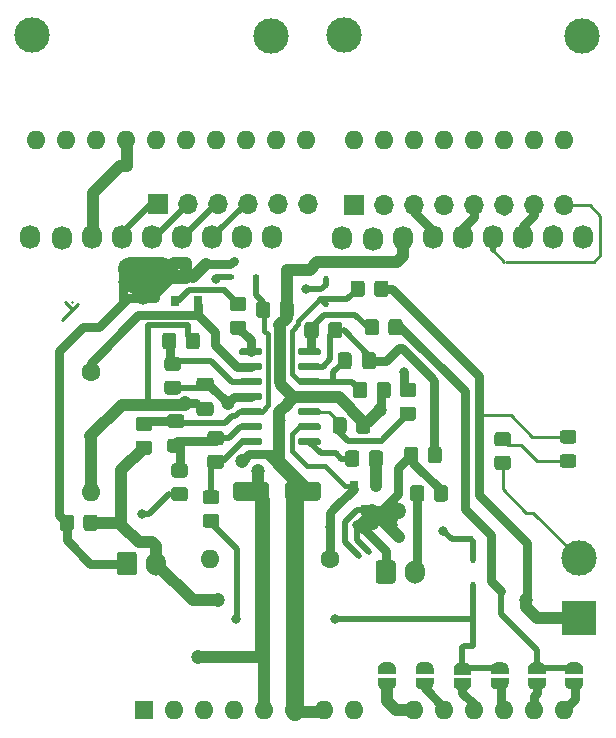
<source format=gbr>
%TF.GenerationSoftware,KiCad,Pcbnew,(5.1.10)-1*%
%TF.CreationDate,2021-06-07T20:05:56+02:00*%
%TF.ProjectId,AirFlow,41697246-6c6f-4772-9e6b-696361645f70,rev?*%
%TF.SameCoordinates,Original*%
%TF.FileFunction,Copper,L1,Top*%
%TF.FilePolarity,Positive*%
%FSLAX46Y46*%
G04 Gerber Fmt 4.6, Leading zero omitted, Abs format (unit mm)*
G04 Created by KiCad (PCBNEW (5.1.10)-1) date 2021-06-07 20:05:56*
%MOMM*%
%LPD*%
G01*
G04 APERTURE LIST*
%TA.AperFunction,NonConductor*%
%ADD10C,0.100000*%
%TD*%
%TA.AperFunction,ComponentPad*%
%ADD11O,1.600000X1.600000*%
%TD*%
%TA.AperFunction,ComponentPad*%
%ADD12R,1.600000X1.600000*%
%TD*%
%TA.AperFunction,ComponentPad*%
%ADD13R,3.000000X3.000000*%
%TD*%
%TA.AperFunction,ComponentPad*%
%ADD14C,3.000000*%
%TD*%
%TA.AperFunction,SMDPad,CuDef*%
%ADD15R,0.450000X0.600000*%
%TD*%
%TA.AperFunction,ComponentPad*%
%ADD16O,1.700000X2.000000*%
%TD*%
%TA.AperFunction,SMDPad,CuDef*%
%ADD17R,0.800000X0.900000*%
%TD*%
%TA.AperFunction,ComponentPad*%
%ADD18C,1.600000*%
%TD*%
%TA.AperFunction,SMDPad,CuDef*%
%ADD19R,0.600000X0.450000*%
%TD*%
%TA.AperFunction,SMDPad,CuDef*%
%ADD20C,1.500000*%
%TD*%
%TA.AperFunction,ComponentPad*%
%ADD21R,1.700000X1.700000*%
%TD*%
%TA.AperFunction,ComponentPad*%
%ADD22O,1.700000X1.700000*%
%TD*%
%TA.AperFunction,ComponentPad*%
%ADD23O,1.730000X2.030000*%
%TD*%
%TA.AperFunction,SMDPad,CuDef*%
%ADD24C,0.100000*%
%TD*%
%TA.AperFunction,ViaPad*%
%ADD25C,1.200000*%
%TD*%
%TA.AperFunction,ViaPad*%
%ADD26C,0.800000*%
%TD*%
%TA.AperFunction,Conductor*%
%ADD27C,0.250000*%
%TD*%
%TA.AperFunction,Conductor*%
%ADD28C,0.750000*%
%TD*%
%TA.AperFunction,Conductor*%
%ADD29C,1.500000*%
%TD*%
%TA.AperFunction,Conductor*%
%ADD30C,1.000000*%
%TD*%
%TA.AperFunction,Conductor*%
%ADD31C,0.500000*%
%TD*%
%TA.AperFunction,Conductor*%
%ADD32C,1.250000*%
%TD*%
%TA.AperFunction,Conductor*%
%ADD33C,2.000000*%
%TD*%
%TA.AperFunction,Conductor*%
%ADD34C,0.400000*%
%TD*%
G04 APERTURE END LIST*
D10*
X116394792Y-95402400D02*
G75*
G03*
X116394792Y-95402400I-113592J0D01*
G01*
D11*
%TO.P,A1,32*%
%TO.N,Net-(A1-Pad32)*%
X113186400Y-81635600D03*
%TO.P,A1,31*%
%TO.N,Net-(A1-Pad31)*%
X115726400Y-81635600D03*
D12*
%TO.P,A1,1*%
%TO.N,Net-(A1-Pad1)*%
X122326400Y-129895600D03*
D11*
%TO.P,A1,17*%
%TO.N,Net-(A1-Pad17)*%
X152806400Y-81635600D03*
%TO.P,A1,2*%
%TO.N,Net-(A1-Pad2)*%
X124866400Y-129895600D03*
%TO.P,A1,18*%
%TO.N,Net-(A1-Pad18)*%
X150266400Y-81635600D03*
%TO.P,A1,3*%
%TO.N,Net-(A1-Pad3)*%
X127406400Y-129895600D03*
%TO.P,A1,19*%
%TO.N,Net-(A1-Pad19)*%
X147726400Y-81635600D03*
%TO.P,A1,4*%
%TO.N,+3V3*%
X129946400Y-129895600D03*
%TO.P,A1,20*%
%TO.N,Net-(A1-Pad20)*%
X145186400Y-81635600D03*
%TO.P,A1,5*%
%TO.N,+5V*%
X132486400Y-129895600D03*
%TO.P,A1,21*%
%TO.N,Net-(A1-Pad21)*%
X142646400Y-81635600D03*
%TO.P,A1,6*%
%TO.N,GND*%
X135026400Y-129895600D03*
%TO.P,A1,22*%
%TO.N,Net-(A1-Pad22)*%
X140106400Y-81635600D03*
%TO.P,A1,7*%
%TO.N,GND*%
X137566400Y-129895600D03*
%TO.P,A1,23*%
%TO.N,Net-(A1-Pad23)*%
X136046400Y-81635600D03*
%TO.P,A1,8*%
%TO.N,Net-(A1-Pad8)*%
X140106400Y-129895600D03*
%TO.P,A1,24*%
%TO.N,Net-(A1-Pad24)*%
X133506400Y-81635600D03*
%TO.P,A1,9*%
%TO.N,Net-(A1-Pad9)*%
X145186400Y-129895600D03*
%TO.P,A1,25*%
%TO.N,Net-(A1-Pad25)*%
X130966400Y-81635600D03*
%TO.P,A1,10*%
%TO.N,Net-(A1-Pad10)*%
X147726400Y-129895600D03*
%TO.P,A1,26*%
%TO.N,Net-(A1-Pad26)*%
X128426400Y-81635600D03*
%TO.P,A1,11*%
%TO.N,Net-(A1-Pad11)*%
X150266400Y-129895600D03*
%TO.P,A1,27*%
%TO.N,Net-(A1-Pad27)*%
X125886400Y-81635600D03*
%TO.P,A1,12*%
%TO.N,Net-(A1-Pad12)*%
X152806400Y-129895600D03*
%TO.P,A1,28*%
%TO.N,Net-(A1-Pad28)*%
X123346400Y-81635600D03*
%TO.P,A1,13*%
%TO.N,Net-(A1-Pad13)*%
X155346400Y-129895600D03*
%TO.P,A1,29*%
%TO.N,GND*%
X120806400Y-81635600D03*
%TO.P,A1,14*%
%TO.N,Net-(A1-Pad14)*%
X157886400Y-129895600D03*
%TO.P,A1,30*%
%TO.N,Net-(A1-Pad30)*%
X118266400Y-81635600D03*
%TO.P,A1,15*%
%TO.N,Net-(A1-Pad15)*%
X157886400Y-81635600D03*
%TO.P,A1,16*%
%TO.N,Net-(A1-Pad16)*%
X155346400Y-81635600D03*
%TD*%
D13*
%TO.P,J1,1*%
%TO.N,+12V*%
X159156400Y-122123200D03*
D14*
%TO.P,J1,2*%
%TO.N,GND*%
X159156400Y-117043200D03*
%TD*%
%TO.P,U1,1*%
%TO.N,Net-(R2-Pad1)*%
%TA.AperFunction,SMDPad,CuDef*%
G36*
G01*
X130408000Y-99718000D02*
X130408000Y-99418000D01*
G75*
G02*
X130558000Y-99268000I150000J0D01*
G01*
X132208000Y-99268000D01*
G75*
G02*
X132358000Y-99418000I0J-150000D01*
G01*
X132358000Y-99718000D01*
G75*
G02*
X132208000Y-99868000I-150000J0D01*
G01*
X130558000Y-99868000D01*
G75*
G02*
X130408000Y-99718000I0J150000D01*
G01*
G37*
%TD.AperFunction*%
%TO.P,U1,2*%
%TO.N,Net-(Q1-Pad2)*%
%TA.AperFunction,SMDPad,CuDef*%
G36*
G01*
X130408000Y-100988000D02*
X130408000Y-100688000D01*
G75*
G02*
X130558000Y-100538000I150000J0D01*
G01*
X132208000Y-100538000D01*
G75*
G02*
X132358000Y-100688000I0J-150000D01*
G01*
X132358000Y-100988000D01*
G75*
G02*
X132208000Y-101138000I-150000J0D01*
G01*
X130558000Y-101138000D01*
G75*
G02*
X130408000Y-100988000I0J150000D01*
G01*
G37*
%TD.AperFunction*%
%TO.P,U1,3*%
%TO.N,Net-(R1-Pad1)*%
%TA.AperFunction,SMDPad,CuDef*%
G36*
G01*
X130408000Y-102258000D02*
X130408000Y-101958000D01*
G75*
G02*
X130558000Y-101808000I150000J0D01*
G01*
X132208000Y-101808000D01*
G75*
G02*
X132358000Y-101958000I0J-150000D01*
G01*
X132358000Y-102258000D01*
G75*
G02*
X132208000Y-102408000I-150000J0D01*
G01*
X130558000Y-102408000D01*
G75*
G02*
X130408000Y-102258000I0J150000D01*
G01*
G37*
%TD.AperFunction*%
%TO.P,U1,4*%
%TO.N,+5V*%
%TA.AperFunction,SMDPad,CuDef*%
G36*
G01*
X130408000Y-103528000D02*
X130408000Y-103228000D01*
G75*
G02*
X130558000Y-103078000I150000J0D01*
G01*
X132208000Y-103078000D01*
G75*
G02*
X132358000Y-103228000I0J-150000D01*
G01*
X132358000Y-103528000D01*
G75*
G02*
X132208000Y-103678000I-150000J0D01*
G01*
X130558000Y-103678000D01*
G75*
G02*
X130408000Y-103528000I0J150000D01*
G01*
G37*
%TD.AperFunction*%
%TO.P,U1,5*%
%TO.N,Net-(C1-Pad1)*%
%TA.AperFunction,SMDPad,CuDef*%
G36*
G01*
X130408000Y-104798000D02*
X130408000Y-104498000D01*
G75*
G02*
X130558000Y-104348000I150000J0D01*
G01*
X132208000Y-104348000D01*
G75*
G02*
X132358000Y-104498000I0J-150000D01*
G01*
X132358000Y-104798000D01*
G75*
G02*
X132208000Y-104948000I-150000J0D01*
G01*
X130558000Y-104948000D01*
G75*
G02*
X130408000Y-104798000I0J150000D01*
G01*
G37*
%TD.AperFunction*%
%TO.P,U1,6*%
%TO.N,Net-(C1-Pad2)*%
%TA.AperFunction,SMDPad,CuDef*%
G36*
G01*
X130408000Y-106068000D02*
X130408000Y-105768000D01*
G75*
G02*
X130558000Y-105618000I150000J0D01*
G01*
X132208000Y-105618000D01*
G75*
G02*
X132358000Y-105768000I0J-150000D01*
G01*
X132358000Y-106068000D01*
G75*
G02*
X132208000Y-106218000I-150000J0D01*
G01*
X130558000Y-106218000D01*
G75*
G02*
X130408000Y-106068000I0J150000D01*
G01*
G37*
%TD.AperFunction*%
%TO.P,U1,7*%
%TO.N,Net-(R5-Pad2)*%
%TA.AperFunction,SMDPad,CuDef*%
G36*
G01*
X130408000Y-107338000D02*
X130408000Y-107038000D01*
G75*
G02*
X130558000Y-106888000I150000J0D01*
G01*
X132208000Y-106888000D01*
G75*
G02*
X132358000Y-107038000I0J-150000D01*
G01*
X132358000Y-107338000D01*
G75*
G02*
X132208000Y-107488000I-150000J0D01*
G01*
X130558000Y-107488000D01*
G75*
G02*
X130408000Y-107338000I0J150000D01*
G01*
G37*
%TD.AperFunction*%
%TO.P,U1,8*%
%TO.N,Net-(R16-Pad1)*%
%TA.AperFunction,SMDPad,CuDef*%
G36*
G01*
X135358000Y-107338000D02*
X135358000Y-107038000D01*
G75*
G02*
X135508000Y-106888000I150000J0D01*
G01*
X137158000Y-106888000D01*
G75*
G02*
X137308000Y-107038000I0J-150000D01*
G01*
X137308000Y-107338000D01*
G75*
G02*
X137158000Y-107488000I-150000J0D01*
G01*
X135508000Y-107488000D01*
G75*
G02*
X135358000Y-107338000I0J150000D01*
G01*
G37*
%TD.AperFunction*%
%TO.P,U1,9*%
%TO.N,Net-(Q2-Pad2)*%
%TA.AperFunction,SMDPad,CuDef*%
G36*
G01*
X135358000Y-106068000D02*
X135358000Y-105768000D01*
G75*
G02*
X135508000Y-105618000I150000J0D01*
G01*
X137158000Y-105618000D01*
G75*
G02*
X137308000Y-105768000I0J-150000D01*
G01*
X137308000Y-106068000D01*
G75*
G02*
X137158000Y-106218000I-150000J0D01*
G01*
X135508000Y-106218000D01*
G75*
G02*
X135358000Y-106068000I0J150000D01*
G01*
G37*
%TD.AperFunction*%
%TO.P,U1,10*%
%TO.N,Net-(R15-Pad1)*%
%TA.AperFunction,SMDPad,CuDef*%
G36*
G01*
X135358000Y-104798000D02*
X135358000Y-104498000D01*
G75*
G02*
X135508000Y-104348000I150000J0D01*
G01*
X137158000Y-104348000D01*
G75*
G02*
X137308000Y-104498000I0J-150000D01*
G01*
X137308000Y-104798000D01*
G75*
G02*
X137158000Y-104948000I-150000J0D01*
G01*
X135508000Y-104948000D01*
G75*
G02*
X135358000Y-104798000I0J150000D01*
G01*
G37*
%TD.AperFunction*%
%TO.P,U1,11*%
%TO.N,GND*%
%TA.AperFunction,SMDPad,CuDef*%
G36*
G01*
X135358000Y-103528000D02*
X135358000Y-103228000D01*
G75*
G02*
X135508000Y-103078000I150000J0D01*
G01*
X137158000Y-103078000D01*
G75*
G02*
X137308000Y-103228000I0J-150000D01*
G01*
X137308000Y-103528000D01*
G75*
G02*
X137158000Y-103678000I-150000J0D01*
G01*
X135508000Y-103678000D01*
G75*
G02*
X135358000Y-103528000I0J150000D01*
G01*
G37*
%TD.AperFunction*%
%TO.P,U1,12*%
%TO.N,Net-(C2-Pad1)*%
%TA.AperFunction,SMDPad,CuDef*%
G36*
G01*
X135358000Y-102258000D02*
X135358000Y-101958000D01*
G75*
G02*
X135508000Y-101808000I150000J0D01*
G01*
X137158000Y-101808000D01*
G75*
G02*
X137308000Y-101958000I0J-150000D01*
G01*
X137308000Y-102258000D01*
G75*
G02*
X137158000Y-102408000I-150000J0D01*
G01*
X135508000Y-102408000D01*
G75*
G02*
X135358000Y-102258000I0J150000D01*
G01*
G37*
%TD.AperFunction*%
%TO.P,U1,13*%
%TO.N,Net-(C2-Pad2)*%
%TA.AperFunction,SMDPad,CuDef*%
G36*
G01*
X135358000Y-100988000D02*
X135358000Y-100688000D01*
G75*
G02*
X135508000Y-100538000I150000J0D01*
G01*
X137158000Y-100538000D01*
G75*
G02*
X137308000Y-100688000I0J-150000D01*
G01*
X137308000Y-100988000D01*
G75*
G02*
X137158000Y-101138000I-150000J0D01*
G01*
X135508000Y-101138000D01*
G75*
G02*
X135358000Y-100988000I0J150000D01*
G01*
G37*
%TD.AperFunction*%
%TO.P,U1,14*%
%TO.N,Net-(R19-Pad2)*%
%TA.AperFunction,SMDPad,CuDef*%
G36*
G01*
X135358000Y-99718000D02*
X135358000Y-99418000D01*
G75*
G02*
X135508000Y-99268000I150000J0D01*
G01*
X137158000Y-99268000D01*
G75*
G02*
X137308000Y-99418000I0J-150000D01*
G01*
X137308000Y-99718000D01*
G75*
G02*
X137158000Y-99868000I-150000J0D01*
G01*
X135508000Y-99868000D01*
G75*
G02*
X135358000Y-99718000I0J150000D01*
G01*
G37*
%TD.AperFunction*%
%TD*%
%TO.P,C3,1*%
%TO.N,+5V*%
%TA.AperFunction,SMDPad,CuDef*%
G36*
G01*
X129904000Y-111929000D02*
X129904000Y-110829000D01*
G75*
G02*
X130154000Y-110579000I250000J0D01*
G01*
X132654000Y-110579000D01*
G75*
G02*
X132904000Y-110829000I0J-250000D01*
G01*
X132904000Y-111929000D01*
G75*
G02*
X132654000Y-112179000I-250000J0D01*
G01*
X130154000Y-112179000D01*
G75*
G02*
X129904000Y-111929000I0J250000D01*
G01*
G37*
%TD.AperFunction*%
%TO.P,C3,2*%
%TO.N,GND*%
%TA.AperFunction,SMDPad,CuDef*%
G36*
G01*
X134304000Y-111929000D02*
X134304000Y-110829000D01*
G75*
G02*
X134554000Y-110579000I250000J0D01*
G01*
X137054000Y-110579000D01*
G75*
G02*
X137304000Y-110829000I0J-250000D01*
G01*
X137304000Y-111929000D01*
G75*
G02*
X137054000Y-112179000I-250000J0D01*
G01*
X134554000Y-112179000D01*
G75*
G02*
X134304000Y-111929000I0J250000D01*
G01*
G37*
%TD.AperFunction*%
%TD*%
%TO.P,C1,1*%
%TO.N,Net-(C1-Pad1)*%
%TA.AperFunction,SMDPad,CuDef*%
G36*
G01*
X124543800Y-104851800D02*
X125493800Y-104851800D01*
G75*
G02*
X125743800Y-105101800I0J-250000D01*
G01*
X125743800Y-105776800D01*
G75*
G02*
X125493800Y-106026800I-250000J0D01*
G01*
X124543800Y-106026800D01*
G75*
G02*
X124293800Y-105776800I0J250000D01*
G01*
X124293800Y-105101800D01*
G75*
G02*
X124543800Y-104851800I250000J0D01*
G01*
G37*
%TD.AperFunction*%
%TO.P,C1,2*%
%TO.N,Net-(C1-Pad2)*%
%TA.AperFunction,SMDPad,CuDef*%
G36*
G01*
X124543800Y-106926800D02*
X125493800Y-106926800D01*
G75*
G02*
X125743800Y-107176800I0J-250000D01*
G01*
X125743800Y-107851800D01*
G75*
G02*
X125493800Y-108101800I-250000J0D01*
G01*
X124543800Y-108101800D01*
G75*
G02*
X124293800Y-107851800I0J250000D01*
G01*
X124293800Y-107176800D01*
G75*
G02*
X124543800Y-106926800I250000J0D01*
G01*
G37*
%TD.AperFunction*%
%TD*%
%TO.P,C2,2*%
%TO.N,Net-(C2-Pad2)*%
%TA.AperFunction,SMDPad,CuDef*%
G36*
G01*
X140810400Y-100805000D02*
X140810400Y-99855000D01*
G75*
G02*
X141060400Y-99605000I250000J0D01*
G01*
X141735400Y-99605000D01*
G75*
G02*
X141985400Y-99855000I0J-250000D01*
G01*
X141985400Y-100805000D01*
G75*
G02*
X141735400Y-101055000I-250000J0D01*
G01*
X141060400Y-101055000D01*
G75*
G02*
X140810400Y-100805000I0J250000D01*
G01*
G37*
%TD.AperFunction*%
%TO.P,C2,1*%
%TO.N,Net-(C2-Pad1)*%
%TA.AperFunction,SMDPad,CuDef*%
G36*
G01*
X138735400Y-100805000D02*
X138735400Y-99855000D01*
G75*
G02*
X138985400Y-99605000I250000J0D01*
G01*
X139660400Y-99605000D01*
G75*
G02*
X139910400Y-99855000I0J-250000D01*
G01*
X139910400Y-100805000D01*
G75*
G02*
X139660400Y-101055000I-250000J0D01*
G01*
X138985400Y-101055000D01*
G75*
G02*
X138735400Y-100805000I0J250000D01*
G01*
G37*
%TD.AperFunction*%
%TD*%
%TO.P,C4,1*%
%TO.N,+5V*%
%TA.AperFunction,SMDPad,CuDef*%
G36*
G01*
X127033000Y-101753000D02*
X127983000Y-101753000D01*
G75*
G02*
X128233000Y-102003000I0J-250000D01*
G01*
X128233000Y-102678000D01*
G75*
G02*
X127983000Y-102928000I-250000J0D01*
G01*
X127033000Y-102928000D01*
G75*
G02*
X126783000Y-102678000I0J250000D01*
G01*
X126783000Y-102003000D01*
G75*
G02*
X127033000Y-101753000I250000J0D01*
G01*
G37*
%TD.AperFunction*%
%TO.P,C4,2*%
%TO.N,GND*%
%TA.AperFunction,SMDPad,CuDef*%
G36*
G01*
X127033000Y-103828000D02*
X127983000Y-103828000D01*
G75*
G02*
X128233000Y-104078000I0J-250000D01*
G01*
X128233000Y-104753000D01*
G75*
G02*
X127983000Y-105003000I-250000J0D01*
G01*
X127033000Y-105003000D01*
G75*
G02*
X126783000Y-104753000I0J250000D01*
G01*
X126783000Y-104078000D01*
G75*
G02*
X127033000Y-103828000I250000J0D01*
G01*
G37*
%TD.AperFunction*%
%TD*%
D15*
%TO.P,D2,2*%
%TO.N,Out1*%
X150164800Y-119312400D03*
%TO.P,D2,1*%
%TO.N,+3V3*%
X150164800Y-117212400D03*
%TD*%
%TO.P,D4,1*%
%TO.N,+3V3*%
X150012400Y-115451600D03*
%TO.P,D4,2*%
%TO.N,Out2*%
X150012400Y-113351600D03*
%TD*%
%TO.P,Jntc1,1*%
%TO.N,Net-(Jntc1-Pad1)*%
%TA.AperFunction,ComponentPad*%
G36*
G01*
X120043200Y-118250400D02*
X120043200Y-116750400D01*
G75*
G02*
X120293200Y-116500400I250000J0D01*
G01*
X121493200Y-116500400D01*
G75*
G02*
X121743200Y-116750400I0J-250000D01*
G01*
X121743200Y-118250400D01*
G75*
G02*
X121493200Y-118500400I-250000J0D01*
G01*
X120293200Y-118500400D01*
G75*
G02*
X120043200Y-118250400I0J250000D01*
G01*
G37*
%TD.AperFunction*%
D16*
%TO.P,Jntc1,2*%
%TO.N,+12V*%
X123393200Y-117500400D03*
%TD*%
%TO.P,Jntc2,2*%
%TO.N,+12V*%
X145298800Y-118211600D03*
%TO.P,Jntc2,1*%
%TO.N,Net-(Jntc2-Pad1)*%
%TA.AperFunction,ComponentPad*%
G36*
G01*
X141948800Y-118961600D02*
X141948800Y-117461600D01*
G75*
G02*
X142198800Y-117211600I250000J0D01*
G01*
X143398800Y-117211600D01*
G75*
G02*
X143648800Y-117461600I0J-250000D01*
G01*
X143648800Y-118961600D01*
G75*
G02*
X143398800Y-119211600I-250000J0D01*
G01*
X142198800Y-119211600D01*
G75*
G02*
X141948800Y-118961600I0J250000D01*
G01*
G37*
%TD.AperFunction*%
%TD*%
D17*
%TO.P,Q1,3*%
%TO.N,Net-(Jntc1-Pad1)*%
X125920500Y-93297500D03*
%TO.P,Q1,2*%
%TO.N,Net-(Q1-Pad2)*%
X126870500Y-95297500D03*
%TO.P,Q1,1*%
%TO.N,Net-(Q1-Pad1)*%
X124970500Y-95297500D03*
%TD*%
%TO.P,Q2,1*%
%TO.N,Net-(Q2-Pad1)*%
X141983500Y-110950500D03*
%TO.P,Q2,2*%
%TO.N,Net-(Q2-Pad2)*%
X140083500Y-110950500D03*
%TO.P,Q2,3*%
%TO.N,Net-(Jntc2-Pad1)*%
X141033500Y-112950500D03*
%TD*%
%TO.P,R1,1*%
%TO.N,Net-(R1-Pad1)*%
%TA.AperFunction,SMDPad,CuDef*%
G36*
G01*
X123876000Y-99103601D02*
X123876000Y-98203599D01*
G75*
G02*
X124125999Y-97953600I249999J0D01*
G01*
X124826001Y-97953600D01*
G75*
G02*
X125076000Y-98203599I0J-249999D01*
G01*
X125076000Y-99103601D01*
G75*
G02*
X124826001Y-99353600I-249999J0D01*
G01*
X124125999Y-99353600D01*
G75*
G02*
X123876000Y-99103601I0J249999D01*
G01*
G37*
%TD.AperFunction*%
%TO.P,R1,2*%
%TO.N,GND*%
%TA.AperFunction,SMDPad,CuDef*%
G36*
G01*
X125876000Y-99103601D02*
X125876000Y-98203599D01*
G75*
G02*
X126125999Y-97953600I249999J0D01*
G01*
X126826001Y-97953600D01*
G75*
G02*
X127076000Y-98203599I0J-249999D01*
G01*
X127076000Y-99103601D01*
G75*
G02*
X126826001Y-99353600I-249999J0D01*
G01*
X126125999Y-99353600D01*
G75*
G02*
X125876000Y-99103601I0J249999D01*
G01*
G37*
%TD.AperFunction*%
%TD*%
%TO.P,R2,1*%
%TO.N,Net-(R2-Pad1)*%
%TA.AperFunction,SMDPad,CuDef*%
G36*
G01*
X130752001Y-98120000D02*
X129851999Y-98120000D01*
G75*
G02*
X129602000Y-97870001I0J249999D01*
G01*
X129602000Y-97169999D01*
G75*
G02*
X129851999Y-96920000I249999J0D01*
G01*
X130752001Y-96920000D01*
G75*
G02*
X131002000Y-97169999I0J-249999D01*
G01*
X131002000Y-97870001D01*
G75*
G02*
X130752001Y-98120000I-249999J0D01*
G01*
G37*
%TD.AperFunction*%
%TO.P,R2,2*%
%TO.N,Net-(Q1-Pad1)*%
%TA.AperFunction,SMDPad,CuDef*%
G36*
G01*
X130752001Y-96120000D02*
X129851999Y-96120000D01*
G75*
G02*
X129602000Y-95870001I0J249999D01*
G01*
X129602000Y-95169999D01*
G75*
G02*
X129851999Y-94920000I249999J0D01*
G01*
X130752001Y-94920000D01*
G75*
G02*
X131002000Y-95169999I0J-249999D01*
G01*
X131002000Y-95870001D01*
G75*
G02*
X130752001Y-96120000I-249999J0D01*
G01*
G37*
%TD.AperFunction*%
%TD*%
D11*
%TO.P,R3,2*%
%TO.N,GND*%
X117856000Y-111455200D03*
D18*
%TO.P,R3,1*%
%TO.N,Net-(Q1-Pad2)*%
X117856000Y-101295200D03*
%TD*%
%TO.P,R4,2*%
%TO.N,Net-(R1-Pad1)*%
%TA.AperFunction,SMDPad,CuDef*%
G36*
G01*
X125214801Y-101200000D02*
X124314799Y-101200000D01*
G75*
G02*
X124064800Y-100950001I0J249999D01*
G01*
X124064800Y-100249999D01*
G75*
G02*
X124314799Y-100000000I249999J0D01*
G01*
X125214801Y-100000000D01*
G75*
G02*
X125464800Y-100249999I0J-249999D01*
G01*
X125464800Y-100950001D01*
G75*
G02*
X125214801Y-101200000I-249999J0D01*
G01*
G37*
%TD.AperFunction*%
%TO.P,R4,1*%
%TO.N,+5V*%
%TA.AperFunction,SMDPad,CuDef*%
G36*
G01*
X125214801Y-103200000D02*
X124314799Y-103200000D01*
G75*
G02*
X124064800Y-102950001I0J249999D01*
G01*
X124064800Y-102249999D01*
G75*
G02*
X124314799Y-102000000I249999J0D01*
G01*
X125214801Y-102000000D01*
G75*
G02*
X125464800Y-102249999I0J-249999D01*
G01*
X125464800Y-102950001D01*
G75*
G02*
X125214801Y-103200000I-249999J0D01*
G01*
G37*
%TD.AperFunction*%
%TD*%
%TO.P,R5,2*%
%TO.N,Net-(R5-Pad2)*%
%TA.AperFunction,SMDPad,CuDef*%
G36*
G01*
X127946999Y-108286500D02*
X128847001Y-108286500D01*
G75*
G02*
X129097000Y-108536499I0J-249999D01*
G01*
X129097000Y-109236501D01*
G75*
G02*
X128847001Y-109486500I-249999J0D01*
G01*
X127946999Y-109486500D01*
G75*
G02*
X127697000Y-109236501I0J249999D01*
G01*
X127697000Y-108536499D01*
G75*
G02*
X127946999Y-108286500I249999J0D01*
G01*
G37*
%TD.AperFunction*%
%TO.P,R5,1*%
%TO.N,Net-(C1-Pad2)*%
%TA.AperFunction,SMDPad,CuDef*%
G36*
G01*
X127946999Y-106286500D02*
X128847001Y-106286500D01*
G75*
G02*
X129097000Y-106536499I0J-249999D01*
G01*
X129097000Y-107236501D01*
G75*
G02*
X128847001Y-107486500I-249999J0D01*
G01*
X127946999Y-107486500D01*
G75*
G02*
X127697000Y-107236501I0J249999D01*
G01*
X127697000Y-106536499D01*
G75*
G02*
X127946999Y-106286500I249999J0D01*
G01*
G37*
%TD.AperFunction*%
%TD*%
%TO.P,R6,1*%
%TO.N,Net-(R5-Pad2)*%
%TA.AperFunction,SMDPad,CuDef*%
G36*
G01*
X127565999Y-111277600D02*
X128466001Y-111277600D01*
G75*
G02*
X128716000Y-111527599I0J-249999D01*
G01*
X128716000Y-112227601D01*
G75*
G02*
X128466001Y-112477600I-249999J0D01*
G01*
X127565999Y-112477600D01*
G75*
G02*
X127316000Y-112227601I0J249999D01*
G01*
X127316000Y-111527599D01*
G75*
G02*
X127565999Y-111277600I249999J0D01*
G01*
G37*
%TD.AperFunction*%
%TO.P,R6,2*%
%TO.N,Out1*%
%TA.AperFunction,SMDPad,CuDef*%
G36*
G01*
X127565999Y-113277600D02*
X128466001Y-113277600D01*
G75*
G02*
X128716000Y-113527599I0J-249999D01*
G01*
X128716000Y-114227601D01*
G75*
G02*
X128466001Y-114477600I-249999J0D01*
G01*
X127565999Y-114477600D01*
G75*
G02*
X127316000Y-114227601I0J249999D01*
G01*
X127316000Y-113527599D01*
G75*
G02*
X127565999Y-113277600I249999J0D01*
G01*
G37*
%TD.AperFunction*%
%TD*%
%TO.P,R7,1*%
%TO.N,Net-(C1-Pad1)*%
%TA.AperFunction,SMDPad,CuDef*%
G36*
G01*
X131816800Y-96462001D02*
X131816800Y-95561999D01*
G75*
G02*
X132066799Y-95312000I249999J0D01*
G01*
X132766801Y-95312000D01*
G75*
G02*
X133016800Y-95561999I0J-249999D01*
G01*
X133016800Y-96462001D01*
G75*
G02*
X132766801Y-96712000I-249999J0D01*
G01*
X132066799Y-96712000D01*
G75*
G02*
X131816800Y-96462001I0J249999D01*
G01*
G37*
%TD.AperFunction*%
%TO.P,R7,2*%
%TO.N,GND*%
%TA.AperFunction,SMDPad,CuDef*%
G36*
G01*
X133816800Y-96462001D02*
X133816800Y-95561999D01*
G75*
G02*
X134066799Y-95312000I249999J0D01*
G01*
X134766801Y-95312000D01*
G75*
G02*
X135016800Y-95561999I0J-249999D01*
G01*
X135016800Y-96462001D01*
G75*
G02*
X134766801Y-96712000I-249999J0D01*
G01*
X134066799Y-96712000D01*
G75*
G02*
X133816800Y-96462001I0J249999D01*
G01*
G37*
%TD.AperFunction*%
%TD*%
%TO.P,R8,1*%
%TO.N,Net-(Jntc1-Pad1)*%
%TA.AperFunction,SMDPad,CuDef*%
G36*
G01*
X125799001Y-112217000D02*
X124898999Y-112217000D01*
G75*
G02*
X124649000Y-111967001I0J249999D01*
G01*
X124649000Y-111266999D01*
G75*
G02*
X124898999Y-111017000I249999J0D01*
G01*
X125799001Y-111017000D01*
G75*
G02*
X126049000Y-111266999I0J-249999D01*
G01*
X126049000Y-111967001D01*
G75*
G02*
X125799001Y-112217000I-249999J0D01*
G01*
G37*
%TD.AperFunction*%
%TO.P,R8,2*%
%TO.N,Net-(C1-Pad2)*%
%TA.AperFunction,SMDPad,CuDef*%
G36*
G01*
X125799001Y-110217000D02*
X124898999Y-110217000D01*
G75*
G02*
X124649000Y-109967001I0J249999D01*
G01*
X124649000Y-109266999D01*
G75*
G02*
X124898999Y-109017000I249999J0D01*
G01*
X125799001Y-109017000D01*
G75*
G02*
X126049000Y-109266999I0J-249999D01*
G01*
X126049000Y-109967001D01*
G75*
G02*
X125799001Y-110217000I-249999J0D01*
G01*
G37*
%TD.AperFunction*%
%TD*%
%TO.P,R9,2*%
%TO.N,Net-(C1-Pad1)*%
%TA.AperFunction,SMDPad,CuDef*%
G36*
G01*
X122776401Y-106280000D02*
X121876399Y-106280000D01*
G75*
G02*
X121626400Y-106030001I0J249999D01*
G01*
X121626400Y-105329999D01*
G75*
G02*
X121876399Y-105080000I249999J0D01*
G01*
X122776401Y-105080000D01*
G75*
G02*
X123026400Y-105329999I0J-249999D01*
G01*
X123026400Y-106030001D01*
G75*
G02*
X122776401Y-106280000I-249999J0D01*
G01*
G37*
%TD.AperFunction*%
%TO.P,R9,1*%
%TO.N,+12V*%
%TA.AperFunction,SMDPad,CuDef*%
G36*
G01*
X122776401Y-108280000D02*
X121876399Y-108280000D01*
G75*
G02*
X121626400Y-108030001I0J249999D01*
G01*
X121626400Y-107329999D01*
G75*
G02*
X121876399Y-107080000I249999J0D01*
G01*
X122776401Y-107080000D01*
G75*
G02*
X123026400Y-107329999I0J-249999D01*
G01*
X123026400Y-108030001D01*
G75*
G02*
X122776401Y-108280000I-249999J0D01*
G01*
G37*
%TD.AperFunction*%
%TD*%
%TO.P,R15,2*%
%TO.N,GND*%
%TA.AperFunction,SMDPad,CuDef*%
G36*
G01*
X140303200Y-106266401D02*
X140303200Y-105366399D01*
G75*
G02*
X140553199Y-105116400I249999J0D01*
G01*
X141253201Y-105116400D01*
G75*
G02*
X141503200Y-105366399I0J-249999D01*
G01*
X141503200Y-106266401D01*
G75*
G02*
X141253201Y-106516400I-249999J0D01*
G01*
X140553199Y-106516400D01*
G75*
G02*
X140303200Y-106266401I0J249999D01*
G01*
G37*
%TD.AperFunction*%
%TO.P,R15,1*%
%TO.N,Net-(R15-Pad1)*%
%TA.AperFunction,SMDPad,CuDef*%
G36*
G01*
X138303200Y-106266401D02*
X138303200Y-105366399D01*
G75*
G02*
X138553199Y-105116400I249999J0D01*
G01*
X139253201Y-105116400D01*
G75*
G02*
X139503200Y-105366399I0J-249999D01*
G01*
X139503200Y-106266401D01*
G75*
G02*
X139253201Y-106516400I-249999J0D01*
G01*
X138553199Y-106516400D01*
G75*
G02*
X138303200Y-106266401I0J249999D01*
G01*
G37*
%TD.AperFunction*%
%TD*%
%TO.P,R16,2*%
%TO.N,Net-(Q2-Pad1)*%
%TA.AperFunction,SMDPad,CuDef*%
G36*
G01*
X141370000Y-109060401D02*
X141370000Y-108160399D01*
G75*
G02*
X141619999Y-107910400I249999J0D01*
G01*
X142320001Y-107910400D01*
G75*
G02*
X142570000Y-108160399I0J-249999D01*
G01*
X142570000Y-109060401D01*
G75*
G02*
X142320001Y-109310400I-249999J0D01*
G01*
X141619999Y-109310400D01*
G75*
G02*
X141370000Y-109060401I0J249999D01*
G01*
G37*
%TD.AperFunction*%
%TO.P,R16,1*%
%TO.N,Net-(R16-Pad1)*%
%TA.AperFunction,SMDPad,CuDef*%
G36*
G01*
X139370000Y-109060401D02*
X139370000Y-108160399D01*
G75*
G02*
X139619999Y-107910400I249999J0D01*
G01*
X140320001Y-107910400D01*
G75*
G02*
X140570000Y-108160399I0J-249999D01*
G01*
X140570000Y-109060401D01*
G75*
G02*
X140320001Y-109310400I-249999J0D01*
G01*
X139619999Y-109310400D01*
G75*
G02*
X139370000Y-109060401I0J249999D01*
G01*
G37*
%TD.AperFunction*%
%TD*%
%TO.P,R17,1*%
%TO.N,Net-(Q2-Pad2)*%
X138074400Y-117094000D03*
D11*
%TO.P,R17,2*%
%TO.N,GND*%
X127914400Y-117094000D03*
%TD*%
%TO.P,R18,1*%
%TO.N,+5V*%
%TA.AperFunction,SMDPad,CuDef*%
G36*
G01*
X144228399Y-102200400D02*
X145128401Y-102200400D01*
G75*
G02*
X145378400Y-102450399I0J-249999D01*
G01*
X145378400Y-103150401D01*
G75*
G02*
X145128401Y-103400400I-249999J0D01*
G01*
X144228399Y-103400400D01*
G75*
G02*
X143978400Y-103150401I0J249999D01*
G01*
X143978400Y-102450399D01*
G75*
G02*
X144228399Y-102200400I249999J0D01*
G01*
G37*
%TD.AperFunction*%
%TO.P,R18,2*%
%TO.N,Net-(R15-Pad1)*%
%TA.AperFunction,SMDPad,CuDef*%
G36*
G01*
X144228399Y-104200400D02*
X145128401Y-104200400D01*
G75*
G02*
X145378400Y-104450399I0J-249999D01*
G01*
X145378400Y-105150401D01*
G75*
G02*
X145128401Y-105400400I-249999J0D01*
G01*
X144228399Y-105400400D01*
G75*
G02*
X143978400Y-105150401I0J249999D01*
G01*
X143978400Y-104450399D01*
G75*
G02*
X144228399Y-104200400I249999J0D01*
G01*
G37*
%TD.AperFunction*%
%TD*%
%TO.P,R19,1*%
%TO.N,Net-(C2-Pad2)*%
%TA.AperFunction,SMDPad,CuDef*%
G36*
G01*
X139115600Y-97289199D02*
X139115600Y-98189201D01*
G75*
G02*
X138865601Y-98439200I-249999J0D01*
G01*
X138165599Y-98439200D01*
G75*
G02*
X137915600Y-98189201I0J249999D01*
G01*
X137915600Y-97289199D01*
G75*
G02*
X138165599Y-97039200I249999J0D01*
G01*
X138865601Y-97039200D01*
G75*
G02*
X139115600Y-97289199I0J-249999D01*
G01*
G37*
%TD.AperFunction*%
%TO.P,R19,2*%
%TO.N,Net-(R19-Pad2)*%
%TA.AperFunction,SMDPad,CuDef*%
G36*
G01*
X137115600Y-97289199D02*
X137115600Y-98189201D01*
G75*
G02*
X136865601Y-98439200I-249999J0D01*
G01*
X136165599Y-98439200D01*
G75*
G02*
X135915600Y-98189201I0J249999D01*
G01*
X135915600Y-97289199D01*
G75*
G02*
X136165599Y-97039200I249999J0D01*
G01*
X136865601Y-97039200D01*
G75*
G02*
X137115600Y-97289199I0J-249999D01*
G01*
G37*
%TD.AperFunction*%
%TD*%
%TO.P,R20,2*%
%TO.N,Out2*%
%TA.AperFunction,SMDPad,CuDef*%
G36*
G01*
X143030400Y-97935201D02*
X143030400Y-97035199D01*
G75*
G02*
X143280399Y-96785200I249999J0D01*
G01*
X143980401Y-96785200D01*
G75*
G02*
X144230400Y-97035199I0J-249999D01*
G01*
X144230400Y-97935201D01*
G75*
G02*
X143980401Y-98185200I-249999J0D01*
G01*
X143280399Y-98185200D01*
G75*
G02*
X143030400Y-97935201I0J249999D01*
G01*
G37*
%TD.AperFunction*%
%TO.P,R20,1*%
%TO.N,Net-(R19-Pad2)*%
%TA.AperFunction,SMDPad,CuDef*%
G36*
G01*
X141030400Y-97935201D02*
X141030400Y-97035199D01*
G75*
G02*
X141280399Y-96785200I249999J0D01*
G01*
X141980401Y-96785200D01*
G75*
G02*
X142230400Y-97035199I0J-249999D01*
G01*
X142230400Y-97935201D01*
G75*
G02*
X141980401Y-98185200I-249999J0D01*
G01*
X141280399Y-98185200D01*
G75*
G02*
X141030400Y-97935201I0J249999D01*
G01*
G37*
%TD.AperFunction*%
%TD*%
%TO.P,R21,2*%
%TO.N,GND*%
%TA.AperFunction,SMDPad,CuDef*%
G36*
G01*
X142030400Y-103269201D02*
X142030400Y-102369199D01*
G75*
G02*
X142280399Y-102119200I249999J0D01*
G01*
X142980401Y-102119200D01*
G75*
G02*
X143230400Y-102369199I0J-249999D01*
G01*
X143230400Y-103269201D01*
G75*
G02*
X142980401Y-103519200I-249999J0D01*
G01*
X142280399Y-103519200D01*
G75*
G02*
X142030400Y-103269201I0J249999D01*
G01*
G37*
%TD.AperFunction*%
%TO.P,R21,1*%
%TO.N,Net-(C2-Pad1)*%
%TA.AperFunction,SMDPad,CuDef*%
G36*
G01*
X140030400Y-103269201D02*
X140030400Y-102369199D01*
G75*
G02*
X140280399Y-102119200I249999J0D01*
G01*
X140980401Y-102119200D01*
G75*
G02*
X141230400Y-102369199I0J-249999D01*
G01*
X141230400Y-103269201D01*
G75*
G02*
X140980401Y-103519200I-249999J0D01*
G01*
X140280399Y-103519200D01*
G75*
G02*
X140030400Y-103269201I0J249999D01*
G01*
G37*
%TD.AperFunction*%
%TD*%
%TO.P,R22,2*%
%TO.N,Net-(C2-Pad2)*%
%TA.AperFunction,SMDPad,CuDef*%
G36*
G01*
X146364400Y-108755601D02*
X146364400Y-107855599D01*
G75*
G02*
X146614399Y-107605600I249999J0D01*
G01*
X147314401Y-107605600D01*
G75*
G02*
X147564400Y-107855599I0J-249999D01*
G01*
X147564400Y-108755601D01*
G75*
G02*
X147314401Y-109005600I-249999J0D01*
G01*
X146614399Y-109005600D01*
G75*
G02*
X146364400Y-108755601I0J249999D01*
G01*
G37*
%TD.AperFunction*%
%TO.P,R22,1*%
%TO.N,Net-(Jntc2-Pad1)*%
%TA.AperFunction,SMDPad,CuDef*%
G36*
G01*
X144364400Y-108755601D02*
X144364400Y-107855599D01*
G75*
G02*
X144614399Y-107605600I249999J0D01*
G01*
X145314401Y-107605600D01*
G75*
G02*
X145564400Y-107855599I0J-249999D01*
G01*
X145564400Y-108755601D01*
G75*
G02*
X145314401Y-109005600I-249999J0D01*
G01*
X144614399Y-109005600D01*
G75*
G02*
X144364400Y-108755601I0J249999D01*
G01*
G37*
%TD.AperFunction*%
%TD*%
%TO.P,R23,1*%
%TO.N,+12V*%
%TA.AperFunction,SMDPad,CuDef*%
G36*
G01*
X143027200Y-93783999D02*
X143027200Y-94684001D01*
G75*
G02*
X142777201Y-94934000I-249999J0D01*
G01*
X142077199Y-94934000D01*
G75*
G02*
X141827200Y-94684001I0J249999D01*
G01*
X141827200Y-93783999D01*
G75*
G02*
X142077199Y-93534000I249999J0D01*
G01*
X142777201Y-93534000D01*
G75*
G02*
X143027200Y-93783999I0J-249999D01*
G01*
G37*
%TD.AperFunction*%
%TO.P,R23,2*%
%TO.N,Net-(C2-Pad1)*%
%TA.AperFunction,SMDPad,CuDef*%
G36*
G01*
X141027200Y-93783999D02*
X141027200Y-94684001D01*
G75*
G02*
X140777201Y-94934000I-249999J0D01*
G01*
X140077199Y-94934000D01*
G75*
G02*
X139827200Y-94684001I0J249999D01*
G01*
X139827200Y-93783999D01*
G75*
G02*
X140077199Y-93534000I249999J0D01*
G01*
X140777201Y-93534000D01*
G75*
G02*
X141027200Y-93783999I0J-249999D01*
G01*
G37*
%TD.AperFunction*%
%TD*%
%TO.P,Rntc2,1*%
%TO.N,+12V*%
%TA.AperFunction,SMDPad,CuDef*%
G36*
G01*
X144872400Y-112006801D02*
X144872400Y-111106799D01*
G75*
G02*
X145122399Y-110856800I249999J0D01*
G01*
X145822401Y-110856800D01*
G75*
G02*
X146072400Y-111106799I0J-249999D01*
G01*
X146072400Y-112006801D01*
G75*
G02*
X145822401Y-112256800I-249999J0D01*
G01*
X145122399Y-112256800D01*
G75*
G02*
X144872400Y-112006801I0J249999D01*
G01*
G37*
%TD.AperFunction*%
%TO.P,Rntc2,2*%
%TO.N,Net-(Jntc2-Pad1)*%
%TA.AperFunction,SMDPad,CuDef*%
G36*
G01*
X146872400Y-112006801D02*
X146872400Y-111106799D01*
G75*
G02*
X147122399Y-110856800I249999J0D01*
G01*
X147822401Y-110856800D01*
G75*
G02*
X148072400Y-111106799I0J-249999D01*
G01*
X148072400Y-112006801D01*
G75*
G02*
X147822401Y-112256800I-249999J0D01*
G01*
X147122399Y-112256800D01*
G75*
G02*
X146872400Y-112006801I0J249999D01*
G01*
G37*
%TD.AperFunction*%
%TD*%
D19*
%TO.P,D1,2*%
%TO.N,Net-(C1-Pad1)*%
X131809200Y-93268800D03*
%TO.P,D1,1*%
%TO.N,+5V*%
X129709200Y-93268800D03*
%TD*%
D15*
%TO.P,D3,1*%
%TO.N,+5V*%
X137718800Y-93438000D03*
%TO.P,D3,2*%
%TO.N,Net-(C2-Pad1)*%
X137718800Y-95538000D03*
%TD*%
%TO.P,Rntc1,1*%
%TO.N,+12V*%
%TA.AperFunction,SMDPad,CuDef*%
G36*
G01*
X118405200Y-113595999D02*
X118405200Y-114496001D01*
G75*
G02*
X118155201Y-114746000I-249999J0D01*
G01*
X117455199Y-114746000D01*
G75*
G02*
X117205200Y-114496001I0J249999D01*
G01*
X117205200Y-113595999D01*
G75*
G02*
X117455199Y-113346000I249999J0D01*
G01*
X118155201Y-113346000D01*
G75*
G02*
X118405200Y-113595999I0J-249999D01*
G01*
G37*
%TD.AperFunction*%
%TO.P,Rntc1,2*%
%TO.N,Net-(Jntc1-Pad1)*%
%TA.AperFunction,SMDPad,CuDef*%
G36*
G01*
X116405200Y-113595999D02*
X116405200Y-114496001D01*
G75*
G02*
X116155201Y-114746000I-249999J0D01*
G01*
X115455199Y-114746000D01*
G75*
G02*
X115205200Y-114496001I0J249999D01*
G01*
X115205200Y-113595999D01*
G75*
G02*
X115455199Y-113346000I249999J0D01*
G01*
X116155201Y-113346000D01*
G75*
G02*
X116405200Y-113595999I0J-249999D01*
G01*
G37*
%TD.AperFunction*%
%TD*%
%TO.P,Led1,1*%
%TO.N,Net-(Led1-Pad1)*%
%TA.AperFunction,SMDPad,CuDef*%
G36*
G01*
X158692001Y-109388600D02*
X157791999Y-109388600D01*
G75*
G02*
X157542000Y-109138601I0J249999D01*
G01*
X157542000Y-108488599D01*
G75*
G02*
X157791999Y-108238600I249999J0D01*
G01*
X158692001Y-108238600D01*
G75*
G02*
X158942000Y-108488599I0J-249999D01*
G01*
X158942000Y-109138601D01*
G75*
G02*
X158692001Y-109388600I-249999J0D01*
G01*
G37*
%TD.AperFunction*%
%TO.P,Led1,2*%
%TO.N,+12V*%
%TA.AperFunction,SMDPad,CuDef*%
G36*
G01*
X158692001Y-107338600D02*
X157791999Y-107338600D01*
G75*
G02*
X157542000Y-107088601I0J249999D01*
G01*
X157542000Y-106438599D01*
G75*
G02*
X157791999Y-106188600I249999J0D01*
G01*
X158692001Y-106188600D01*
G75*
G02*
X158942000Y-106438599I0J-249999D01*
G01*
X158942000Y-107088601D01*
G75*
G02*
X158692001Y-107338600I-249999J0D01*
G01*
G37*
%TD.AperFunction*%
%TD*%
%TO.P,R24,1*%
%TO.N,Net-(Led1-Pad1)*%
%TA.AperFunction,SMDPad,CuDef*%
G36*
G01*
X152254799Y-106366000D02*
X153154801Y-106366000D01*
G75*
G02*
X153404800Y-106615999I0J-249999D01*
G01*
X153404800Y-107316001D01*
G75*
G02*
X153154801Y-107566000I-249999J0D01*
G01*
X152254799Y-107566000D01*
G75*
G02*
X152004800Y-107316001I0J249999D01*
G01*
X152004800Y-106615999D01*
G75*
G02*
X152254799Y-106366000I249999J0D01*
G01*
G37*
%TD.AperFunction*%
%TO.P,R24,2*%
%TO.N,GND*%
%TA.AperFunction,SMDPad,CuDef*%
G36*
G01*
X152254799Y-108366000D02*
X153154801Y-108366000D01*
G75*
G02*
X153404800Y-108615999I0J-249999D01*
G01*
X153404800Y-109316001D01*
G75*
G02*
X153154801Y-109566000I-249999J0D01*
G01*
X152254799Y-109566000D01*
G75*
G02*
X152004800Y-109316001I0J249999D01*
G01*
X152004800Y-108615999D01*
G75*
G02*
X152254799Y-108366000I249999J0D01*
G01*
G37*
%TD.AperFunction*%
%TD*%
D20*
%TO.P,TP1,1*%
%TO.N,Net-(Jntc1-Pad1)*%
X122224800Y-94843600D03*
%TD*%
%TO.P,TP2,1*%
%TO.N,Net-(Jntc2-Pad1)*%
X143764000Y-113030000D03*
%TD*%
D21*
%TO.P,J5,1*%
%TO.N,D7*%
X140106400Y-87172800D03*
D22*
%TO.P,J5,2*%
%TO.N,D6*%
X142646400Y-87172800D03*
%TO.P,J5,3*%
%TO.N,D5*%
X145186400Y-87172800D03*
%TO.P,J5,4*%
%TO.N,D4*%
X147726400Y-87172800D03*
%TO.P,J5,5*%
%TO.N,D3*%
X150266400Y-87172800D03*
%TO.P,J5,6*%
%TO.N,D2*%
X152806400Y-87172800D03*
%TO.P,J5,7*%
%TO.N,D1*%
X155346400Y-87172800D03*
%TO.P,J5,8*%
%TO.N,D0*%
X157886400Y-87172800D03*
%TD*%
D21*
%TO.P,J6,1*%
%TO.N,D13*%
X123494800Y-87071200D03*
D22*
%TO.P,J6,2*%
%TO.N,D12*%
X126034800Y-87071200D03*
%TO.P,J6,3*%
%TO.N,D11*%
X128574800Y-87071200D03*
%TO.P,J6,4*%
%TO.N,D10*%
X131114800Y-87071200D03*
%TO.P,J6,5*%
%TO.N,D9*%
X133654800Y-87071200D03*
%TO.P,J6,6*%
%TO.N,D8*%
X136194800Y-87071200D03*
%TD*%
D23*
%TO.P,U2,5*%
%TO.N,D12*%
X122986800Y-89814400D03*
%TO.P,U2,6*%
%TO.N,D13*%
X120446800Y-89814400D03*
%TO.P,U2,3*%
%TO.N,D10*%
X128066800Y-89814400D03*
%TO.P,U2,4*%
%TO.N,D11*%
X125526800Y-89814400D03*
%TO.P,U2,1*%
%TO.N,Net-(U2-Pad1)*%
X133146800Y-89814400D03*
%TO.P,U2,2*%
%TO.N,Net-(U2-Pad2)*%
X130606800Y-89814400D03*
D14*
%TO.P,U2,10*%
%TO.N,Net-(U2-Pad10)*%
X112890300Y-72732900D03*
%TO.P,U2,11*%
%TO.N,Net-(U2-Pad11)*%
X133083300Y-72796400D03*
D23*
%TO.P,U2,7*%
%TO.N,GND*%
X117906800Y-89877900D03*
%TO.P,U2,8*%
%TO.N,Net-(U2-Pad8)*%
X115366800Y-89941400D03*
%TO.P,U2,9*%
%TO.N,+5V*%
X112699800Y-89877900D03*
%TD*%
%TO.P,U3,5*%
%TO.N,D3*%
X149352000Y-89865200D03*
%TO.P,U3,6*%
%TO.N,D5*%
X146812000Y-89865200D03*
%TO.P,U3,3*%
%TO.N,D1*%
X154432000Y-89865200D03*
%TO.P,U3,4*%
%TO.N,D0*%
X151892000Y-89865200D03*
%TO.P,U3,1*%
%TO.N,Net-(U3-Pad1)*%
X159512000Y-89865200D03*
%TO.P,U3,2*%
%TO.N,Net-(U3-Pad2)*%
X156972000Y-89865200D03*
D14*
%TO.P,U3,10*%
%TO.N,Net-(U3-Pad10)*%
X139255500Y-72783700D03*
%TO.P,U3,11*%
%TO.N,Net-(U3-Pad11)*%
X159448500Y-72847200D03*
D23*
%TO.P,U3,7*%
%TO.N,GND*%
X144272000Y-89928700D03*
%TO.P,U3,8*%
%TO.N,Net-(U3-Pad8)*%
X141732000Y-89992200D03*
%TO.P,U3,9*%
%TO.N,+5V*%
X139065000Y-89928700D03*
%TD*%
%TA.AperFunction,SMDPad,CuDef*%
D24*
%TO.P,JPA5,1*%
%TO.N,Net-(A1-Pad14)*%
G36*
X159500000Y-127160400D02*
G01*
X159500000Y-127660400D01*
X159499398Y-127660400D01*
X159499398Y-127684934D01*
X159494588Y-127733765D01*
X159485016Y-127781890D01*
X159470772Y-127828845D01*
X159451995Y-127874178D01*
X159428864Y-127917451D01*
X159401604Y-127958250D01*
X159370476Y-127996179D01*
X159335779Y-128030876D01*
X159297850Y-128062004D01*
X159257051Y-128089264D01*
X159213778Y-128112395D01*
X159168445Y-128131172D01*
X159121490Y-128145416D01*
X159073365Y-128154988D01*
X159024534Y-128159798D01*
X159000000Y-128159798D01*
X159000000Y-128160400D01*
X158500000Y-128160400D01*
X158500000Y-128159798D01*
X158475466Y-128159798D01*
X158426635Y-128154988D01*
X158378510Y-128145416D01*
X158331555Y-128131172D01*
X158286222Y-128112395D01*
X158242949Y-128089264D01*
X158202150Y-128062004D01*
X158164221Y-128030876D01*
X158129524Y-127996179D01*
X158098396Y-127958250D01*
X158071136Y-127917451D01*
X158048005Y-127874178D01*
X158029228Y-127828845D01*
X158014984Y-127781890D01*
X158005412Y-127733765D01*
X158000602Y-127684934D01*
X158000602Y-127660400D01*
X158000000Y-127660400D01*
X158000000Y-127160400D01*
X159500000Y-127160400D01*
G37*
%TD.AperFunction*%
%TA.AperFunction,SMDPad,CuDef*%
%TO.P,JPA5,2*%
%TO.N,Out2*%
G36*
X158000602Y-126360400D02*
G01*
X158000602Y-126335866D01*
X158005412Y-126287035D01*
X158014984Y-126238910D01*
X158029228Y-126191955D01*
X158048005Y-126146622D01*
X158071136Y-126103349D01*
X158098396Y-126062550D01*
X158129524Y-126024621D01*
X158164221Y-125989924D01*
X158202150Y-125958796D01*
X158242949Y-125931536D01*
X158286222Y-125908405D01*
X158331555Y-125889628D01*
X158378510Y-125875384D01*
X158426635Y-125865812D01*
X158475466Y-125861002D01*
X158500000Y-125861002D01*
X158500000Y-125860400D01*
X159000000Y-125860400D01*
X159000000Y-125861002D01*
X159024534Y-125861002D01*
X159073365Y-125865812D01*
X159121490Y-125875384D01*
X159168445Y-125889628D01*
X159213778Y-125908405D01*
X159257051Y-125931536D01*
X159297850Y-125958796D01*
X159335779Y-125989924D01*
X159370476Y-126024621D01*
X159401604Y-126062550D01*
X159428864Y-126103349D01*
X159451995Y-126146622D01*
X159470772Y-126191955D01*
X159485016Y-126238910D01*
X159494588Y-126287035D01*
X159499398Y-126335866D01*
X159499398Y-126360400D01*
X159500000Y-126360400D01*
X159500000Y-126860400D01*
X158000000Y-126860400D01*
X158000000Y-126360400D01*
X158000602Y-126360400D01*
G37*
%TD.AperFunction*%
%TD*%
%TA.AperFunction,SMDPad,CuDef*%
%TO.P,JPA2,1*%
%TO.N,Net-(A1-Pad11)*%
G36*
X150051200Y-127200800D02*
G01*
X150051200Y-127700800D01*
X150050598Y-127700800D01*
X150050598Y-127725334D01*
X150045788Y-127774165D01*
X150036216Y-127822290D01*
X150021972Y-127869245D01*
X150003195Y-127914578D01*
X149980064Y-127957851D01*
X149952804Y-127998650D01*
X149921676Y-128036579D01*
X149886979Y-128071276D01*
X149849050Y-128102404D01*
X149808251Y-128129664D01*
X149764978Y-128152795D01*
X149719645Y-128171572D01*
X149672690Y-128185816D01*
X149624565Y-128195388D01*
X149575734Y-128200198D01*
X149551200Y-128200198D01*
X149551200Y-128200800D01*
X149051200Y-128200800D01*
X149051200Y-128200198D01*
X149026666Y-128200198D01*
X148977835Y-128195388D01*
X148929710Y-128185816D01*
X148882755Y-128171572D01*
X148837422Y-128152795D01*
X148794149Y-128129664D01*
X148753350Y-128102404D01*
X148715421Y-128071276D01*
X148680724Y-128036579D01*
X148649596Y-127998650D01*
X148622336Y-127957851D01*
X148599205Y-127914578D01*
X148580428Y-127869245D01*
X148566184Y-127822290D01*
X148556612Y-127774165D01*
X148551802Y-127725334D01*
X148551802Y-127700800D01*
X148551200Y-127700800D01*
X148551200Y-127200800D01*
X150051200Y-127200800D01*
G37*
%TD.AperFunction*%
%TA.AperFunction,SMDPad,CuDef*%
%TO.P,JPA2,2*%
%TO.N,Out1*%
G36*
X148551802Y-126400800D02*
G01*
X148551802Y-126376266D01*
X148556612Y-126327435D01*
X148566184Y-126279310D01*
X148580428Y-126232355D01*
X148599205Y-126187022D01*
X148622336Y-126143749D01*
X148649596Y-126102950D01*
X148680724Y-126065021D01*
X148715421Y-126030324D01*
X148753350Y-125999196D01*
X148794149Y-125971936D01*
X148837422Y-125948805D01*
X148882755Y-125930028D01*
X148929710Y-125915784D01*
X148977835Y-125906212D01*
X149026666Y-125901402D01*
X149051200Y-125901402D01*
X149051200Y-125900800D01*
X149551200Y-125900800D01*
X149551200Y-125901402D01*
X149575734Y-125901402D01*
X149624565Y-125906212D01*
X149672690Y-125915784D01*
X149719645Y-125930028D01*
X149764978Y-125948805D01*
X149808251Y-125971936D01*
X149849050Y-125999196D01*
X149886979Y-126030324D01*
X149921676Y-126065021D01*
X149952804Y-126102950D01*
X149980064Y-126143749D01*
X150003195Y-126187022D01*
X150021972Y-126232355D01*
X150036216Y-126279310D01*
X150045788Y-126327435D01*
X150050598Y-126376266D01*
X150050598Y-126400800D01*
X150051200Y-126400800D01*
X150051200Y-126900800D01*
X148551200Y-126900800D01*
X148551200Y-126400800D01*
X148551802Y-126400800D01*
G37*
%TD.AperFunction*%
%TD*%
%TA.AperFunction,SMDPad,CuDef*%
%TO.P,JPA3,2*%
%TO.N,Out1*%
G36*
X151701402Y-126360400D02*
G01*
X151701402Y-126335866D01*
X151706212Y-126287035D01*
X151715784Y-126238910D01*
X151730028Y-126191955D01*
X151748805Y-126146622D01*
X151771936Y-126103349D01*
X151799196Y-126062550D01*
X151830324Y-126024621D01*
X151865021Y-125989924D01*
X151902950Y-125958796D01*
X151943749Y-125931536D01*
X151987022Y-125908405D01*
X152032355Y-125889628D01*
X152079310Y-125875384D01*
X152127435Y-125865812D01*
X152176266Y-125861002D01*
X152200800Y-125861002D01*
X152200800Y-125860400D01*
X152700800Y-125860400D01*
X152700800Y-125861002D01*
X152725334Y-125861002D01*
X152774165Y-125865812D01*
X152822290Y-125875384D01*
X152869245Y-125889628D01*
X152914578Y-125908405D01*
X152957851Y-125931536D01*
X152998650Y-125958796D01*
X153036579Y-125989924D01*
X153071276Y-126024621D01*
X153102404Y-126062550D01*
X153129664Y-126103349D01*
X153152795Y-126146622D01*
X153171572Y-126191955D01*
X153185816Y-126238910D01*
X153195388Y-126287035D01*
X153200198Y-126335866D01*
X153200198Y-126360400D01*
X153200800Y-126360400D01*
X153200800Y-126860400D01*
X151700800Y-126860400D01*
X151700800Y-126360400D01*
X151701402Y-126360400D01*
G37*
%TD.AperFunction*%
%TA.AperFunction,SMDPad,CuDef*%
%TO.P,JPA3,1*%
%TO.N,Net-(A1-Pad12)*%
G36*
X153200800Y-127160400D02*
G01*
X153200800Y-127660400D01*
X153200198Y-127660400D01*
X153200198Y-127684934D01*
X153195388Y-127733765D01*
X153185816Y-127781890D01*
X153171572Y-127828845D01*
X153152795Y-127874178D01*
X153129664Y-127917451D01*
X153102404Y-127958250D01*
X153071276Y-127996179D01*
X153036579Y-128030876D01*
X152998650Y-128062004D01*
X152957851Y-128089264D01*
X152914578Y-128112395D01*
X152869245Y-128131172D01*
X152822290Y-128145416D01*
X152774165Y-128154988D01*
X152725334Y-128159798D01*
X152700800Y-128159798D01*
X152700800Y-128160400D01*
X152200800Y-128160400D01*
X152200800Y-128159798D01*
X152176266Y-128159798D01*
X152127435Y-128154988D01*
X152079310Y-128145416D01*
X152032355Y-128131172D01*
X151987022Y-128112395D01*
X151943749Y-128089264D01*
X151902950Y-128062004D01*
X151865021Y-128030876D01*
X151830324Y-127996179D01*
X151799196Y-127958250D01*
X151771936Y-127917451D01*
X151748805Y-127874178D01*
X151730028Y-127828845D01*
X151715784Y-127781890D01*
X151706212Y-127733765D01*
X151701402Y-127684934D01*
X151701402Y-127660400D01*
X151700800Y-127660400D01*
X151700800Y-127160400D01*
X153200800Y-127160400D01*
G37*
%TD.AperFunction*%
%TD*%
%TA.AperFunction,SMDPad,CuDef*%
%TO.P,JPA4,1*%
%TO.N,Net-(A1-Pad13)*%
G36*
X156350400Y-127160400D02*
G01*
X156350400Y-127660400D01*
X156349798Y-127660400D01*
X156349798Y-127684934D01*
X156344988Y-127733765D01*
X156335416Y-127781890D01*
X156321172Y-127828845D01*
X156302395Y-127874178D01*
X156279264Y-127917451D01*
X156252004Y-127958250D01*
X156220876Y-127996179D01*
X156186179Y-128030876D01*
X156148250Y-128062004D01*
X156107451Y-128089264D01*
X156064178Y-128112395D01*
X156018845Y-128131172D01*
X155971890Y-128145416D01*
X155923765Y-128154988D01*
X155874934Y-128159798D01*
X155850400Y-128159798D01*
X155850400Y-128160400D01*
X155350400Y-128160400D01*
X155350400Y-128159798D01*
X155325866Y-128159798D01*
X155277035Y-128154988D01*
X155228910Y-128145416D01*
X155181955Y-128131172D01*
X155136622Y-128112395D01*
X155093349Y-128089264D01*
X155052550Y-128062004D01*
X155014621Y-128030876D01*
X154979924Y-127996179D01*
X154948796Y-127958250D01*
X154921536Y-127917451D01*
X154898405Y-127874178D01*
X154879628Y-127828845D01*
X154865384Y-127781890D01*
X154855812Y-127733765D01*
X154851002Y-127684934D01*
X154851002Y-127660400D01*
X154850400Y-127660400D01*
X154850400Y-127160400D01*
X156350400Y-127160400D01*
G37*
%TD.AperFunction*%
%TA.AperFunction,SMDPad,CuDef*%
%TO.P,JPA4,2*%
%TO.N,Out2*%
G36*
X154851002Y-126360400D02*
G01*
X154851002Y-126335866D01*
X154855812Y-126287035D01*
X154865384Y-126238910D01*
X154879628Y-126191955D01*
X154898405Y-126146622D01*
X154921536Y-126103349D01*
X154948796Y-126062550D01*
X154979924Y-126024621D01*
X155014621Y-125989924D01*
X155052550Y-125958796D01*
X155093349Y-125931536D01*
X155136622Y-125908405D01*
X155181955Y-125889628D01*
X155228910Y-125875384D01*
X155277035Y-125865812D01*
X155325866Y-125861002D01*
X155350400Y-125861002D01*
X155350400Y-125860400D01*
X155850400Y-125860400D01*
X155850400Y-125861002D01*
X155874934Y-125861002D01*
X155923765Y-125865812D01*
X155971890Y-125875384D01*
X156018845Y-125889628D01*
X156064178Y-125908405D01*
X156107451Y-125931536D01*
X156148250Y-125958796D01*
X156186179Y-125989924D01*
X156220876Y-126024621D01*
X156252004Y-126062550D01*
X156279264Y-126103349D01*
X156302395Y-126146622D01*
X156321172Y-126191955D01*
X156335416Y-126238910D01*
X156344988Y-126287035D01*
X156349798Y-126335866D01*
X156349798Y-126360400D01*
X156350400Y-126360400D01*
X156350400Y-126860400D01*
X154850400Y-126860400D01*
X154850400Y-126360400D01*
X154851002Y-126360400D01*
G37*
%TD.AperFunction*%
%TD*%
%TA.AperFunction,SMDPad,CuDef*%
%TO.P,JPA0,2*%
%TO.N,A0*%
G36*
X142151002Y-126360400D02*
G01*
X142151002Y-126335866D01*
X142155812Y-126287035D01*
X142165384Y-126238910D01*
X142179628Y-126191955D01*
X142198405Y-126146622D01*
X142221536Y-126103349D01*
X142248796Y-126062550D01*
X142279924Y-126024621D01*
X142314621Y-125989924D01*
X142352550Y-125958796D01*
X142393349Y-125931536D01*
X142436622Y-125908405D01*
X142481955Y-125889628D01*
X142528910Y-125875384D01*
X142577035Y-125865812D01*
X142625866Y-125861002D01*
X142650400Y-125861002D01*
X142650400Y-125860400D01*
X143150400Y-125860400D01*
X143150400Y-125861002D01*
X143174934Y-125861002D01*
X143223765Y-125865812D01*
X143271890Y-125875384D01*
X143318845Y-125889628D01*
X143364178Y-125908405D01*
X143407451Y-125931536D01*
X143448250Y-125958796D01*
X143486179Y-125989924D01*
X143520876Y-126024621D01*
X143552004Y-126062550D01*
X143579264Y-126103349D01*
X143602395Y-126146622D01*
X143621172Y-126191955D01*
X143635416Y-126238910D01*
X143644988Y-126287035D01*
X143649798Y-126335866D01*
X143649798Y-126360400D01*
X143650400Y-126360400D01*
X143650400Y-126860400D01*
X142150400Y-126860400D01*
X142150400Y-126360400D01*
X142151002Y-126360400D01*
G37*
%TD.AperFunction*%
%TA.AperFunction,SMDPad,CuDef*%
%TO.P,JPA0,1*%
%TO.N,Net-(A1-Pad9)*%
G36*
X143650400Y-127160400D02*
G01*
X143650400Y-127660400D01*
X143649798Y-127660400D01*
X143649798Y-127684934D01*
X143644988Y-127733765D01*
X143635416Y-127781890D01*
X143621172Y-127828845D01*
X143602395Y-127874178D01*
X143579264Y-127917451D01*
X143552004Y-127958250D01*
X143520876Y-127996179D01*
X143486179Y-128030876D01*
X143448250Y-128062004D01*
X143407451Y-128089264D01*
X143364178Y-128112395D01*
X143318845Y-128131172D01*
X143271890Y-128145416D01*
X143223765Y-128154988D01*
X143174934Y-128159798D01*
X143150400Y-128159798D01*
X143150400Y-128160400D01*
X142650400Y-128160400D01*
X142650400Y-128159798D01*
X142625866Y-128159798D01*
X142577035Y-128154988D01*
X142528910Y-128145416D01*
X142481955Y-128131172D01*
X142436622Y-128112395D01*
X142393349Y-128089264D01*
X142352550Y-128062004D01*
X142314621Y-128030876D01*
X142279924Y-127996179D01*
X142248796Y-127958250D01*
X142221536Y-127917451D01*
X142198405Y-127874178D01*
X142179628Y-127828845D01*
X142165384Y-127781890D01*
X142155812Y-127733765D01*
X142151002Y-127684934D01*
X142151002Y-127660400D01*
X142150400Y-127660400D01*
X142150400Y-127160400D01*
X143650400Y-127160400D01*
G37*
%TD.AperFunction*%
%TD*%
%TA.AperFunction,SMDPad,CuDef*%
%TO.P,JPA1,1*%
%TO.N,Net-(A1-Pad10)*%
G36*
X146850800Y-127150000D02*
G01*
X146850800Y-127650000D01*
X146850198Y-127650000D01*
X146850198Y-127674534D01*
X146845388Y-127723365D01*
X146835816Y-127771490D01*
X146821572Y-127818445D01*
X146802795Y-127863778D01*
X146779664Y-127907051D01*
X146752404Y-127947850D01*
X146721276Y-127985779D01*
X146686579Y-128020476D01*
X146648650Y-128051604D01*
X146607851Y-128078864D01*
X146564578Y-128101995D01*
X146519245Y-128120772D01*
X146472290Y-128135016D01*
X146424165Y-128144588D01*
X146375334Y-128149398D01*
X146350800Y-128149398D01*
X146350800Y-128150000D01*
X145850800Y-128150000D01*
X145850800Y-128149398D01*
X145826266Y-128149398D01*
X145777435Y-128144588D01*
X145729310Y-128135016D01*
X145682355Y-128120772D01*
X145637022Y-128101995D01*
X145593749Y-128078864D01*
X145552950Y-128051604D01*
X145515021Y-128020476D01*
X145480324Y-127985779D01*
X145449196Y-127947850D01*
X145421936Y-127907051D01*
X145398805Y-127863778D01*
X145380028Y-127818445D01*
X145365784Y-127771490D01*
X145356212Y-127723365D01*
X145351402Y-127674534D01*
X145351402Y-127650000D01*
X145350800Y-127650000D01*
X145350800Y-127150000D01*
X146850800Y-127150000D01*
G37*
%TD.AperFunction*%
%TA.AperFunction,SMDPad,CuDef*%
%TO.P,JPA1,2*%
%TO.N,A1*%
G36*
X145351402Y-126350000D02*
G01*
X145351402Y-126325466D01*
X145356212Y-126276635D01*
X145365784Y-126228510D01*
X145380028Y-126181555D01*
X145398805Y-126136222D01*
X145421936Y-126092949D01*
X145449196Y-126052150D01*
X145480324Y-126014221D01*
X145515021Y-125979524D01*
X145552950Y-125948396D01*
X145593749Y-125921136D01*
X145637022Y-125898005D01*
X145682355Y-125879228D01*
X145729310Y-125864984D01*
X145777435Y-125855412D01*
X145826266Y-125850602D01*
X145850800Y-125850602D01*
X145850800Y-125850000D01*
X146350800Y-125850000D01*
X146350800Y-125850602D01*
X146375334Y-125850602D01*
X146424165Y-125855412D01*
X146472290Y-125864984D01*
X146519245Y-125879228D01*
X146564578Y-125898005D01*
X146607851Y-125921136D01*
X146648650Y-125948396D01*
X146686579Y-125979524D01*
X146721276Y-126014221D01*
X146752404Y-126052150D01*
X146779664Y-126092949D01*
X146802795Y-126136222D01*
X146821572Y-126181555D01*
X146835816Y-126228510D01*
X146845388Y-126276635D01*
X146850198Y-126325466D01*
X146850198Y-126350000D01*
X146850800Y-126350000D01*
X146850800Y-126850000D01*
X145350800Y-126850000D01*
X145350800Y-126350000D01*
X145351402Y-126350000D01*
G37*
%TD.AperFunction*%
%TD*%
D25*
%TO.N,GND*%
X130606800Y-108813600D03*
X125831600Y-103936800D03*
X142341600Y-104495600D03*
D26*
%TO.N,+3V3*%
X147675600Y-114706400D03*
D25*
%TO.N,+5V*%
X131978400Y-109626400D03*
D26*
X144373600Y-101244400D03*
X128422400Y-93370400D03*
D25*
X129438400Y-103936800D03*
D26*
X136093200Y-94284800D03*
D25*
X126949200Y-125425200D03*
%TO.N,+12V*%
X128574800Y-120599200D03*
X154686000Y-120548400D03*
D26*
%TO.N,Net-(Jntc1-Pad1)*%
X125120400Y-92964000D03*
X125120400Y-92964000D03*
X121564400Y-93624400D03*
X122174000Y-113334800D03*
X123571000Y-94361000D03*
X123825000Y-93091000D03*
X120548400Y-93675200D03*
%TO.N,Net-(Jntc2-Pad1)*%
X143408400Y-114249200D03*
X143865600Y-111709200D03*
X138125200Y-114401600D03*
X140411200Y-114249200D03*
X141833600Y-114198400D03*
%TO.N,Out1*%
X138480800Y-122224800D03*
X130149600Y-122224800D03*
%TD*%
D27*
%TO.N,*%
X116281200Y-95961200D02*
X115671600Y-95351600D01*
X116789200Y-95504000D02*
X115417600Y-96875600D01*
D28*
%TO.N,Net-(Q1-Pad2)*%
X126870500Y-96428200D02*
X126870500Y-95635000D01*
D27*
X126492000Y-96469200D02*
X126870500Y-96090700D01*
D28*
X126644400Y-96418400D02*
X122021600Y-96418400D01*
D27*
X117856000Y-100482400D02*
X117856000Y-101295200D01*
D28*
X121869200Y-96469200D02*
X117856000Y-100482400D01*
X131383000Y-100838000D02*
X130200400Y-100838000D01*
X130200400Y-100838000D02*
X128320800Y-98958400D01*
X128320800Y-97878500D02*
X126870500Y-96428200D01*
X128320800Y-98958400D02*
X128320800Y-97878500D01*
D29*
%TO.N,GND*%
X135149001Y-130026999D02*
X135149001Y-116605999D01*
D30*
X122682000Y-104038400D02*
X125831600Y-104038400D01*
D31*
X126085600Y-98263200D02*
X126085600Y-97332800D01*
X122682000Y-97332800D02*
X122682000Y-104140000D01*
X125933200Y-97332800D02*
X122732800Y-97332800D01*
D32*
X133807200Y-109016800D02*
X135804000Y-111013600D01*
D27*
X134162800Y-105308400D02*
X133807200Y-105664000D01*
D30*
X133807200Y-104851200D02*
X133807200Y-105714800D01*
X138811000Y-103403400D02*
X140970000Y-105562400D01*
X136333000Y-103378000D02*
X138731500Y-103378000D01*
D27*
X140890500Y-105537000D02*
X141300200Y-105537000D01*
D28*
X142443200Y-104292400D02*
X142443200Y-102904800D01*
D30*
X141300200Y-105537000D02*
X142341600Y-104495600D01*
D27*
X133807200Y-105714800D02*
X133807200Y-105714800D01*
X133807200Y-105664000D02*
X133807200Y-105714800D01*
D28*
X130810000Y-108712000D02*
X131267200Y-108254800D01*
X131267200Y-108254800D02*
X132943600Y-108254800D01*
D27*
X133807200Y-109118400D02*
X133807200Y-109382200D01*
D30*
X133807200Y-105562400D02*
X133807200Y-108966000D01*
D28*
X125831600Y-103936800D02*
X126711800Y-103936800D01*
D30*
X117856000Y-106578400D02*
X117856000Y-111455200D01*
X120446800Y-104089200D02*
X117805200Y-106730800D01*
X122682000Y-104089200D02*
X120497600Y-104089200D01*
X134416800Y-96012000D02*
X134416800Y-92608400D01*
D27*
X120954800Y-81792798D02*
X120929001Y-81766999D01*
D30*
X135229600Y-103378000D02*
X136333000Y-103378000D01*
X133858000Y-97942400D02*
X133858000Y-102108000D01*
D27*
X152704800Y-108966000D02*
X152704800Y-111201200D01*
X152704800Y-111201200D02*
X154686000Y-113182400D01*
D30*
X135149001Y-130026999D02*
X137689001Y-130026999D01*
D27*
X155295600Y-113182400D02*
X159156400Y-117043200D01*
X154686000Y-113182400D02*
X155295600Y-113182400D01*
X135149001Y-112033999D02*
X135804000Y-111379000D01*
D29*
X135149001Y-116605999D02*
X135149001Y-112033999D01*
D27*
X133858000Y-104749600D02*
X134162800Y-104444800D01*
X127190500Y-104415500D02*
X126711800Y-103936800D01*
X127508000Y-104415500D02*
X127190500Y-104415500D01*
D30*
X120929001Y-81766999D02*
X120929001Y-83794999D01*
X118008400Y-86080600D02*
X118008400Y-90017600D01*
X134416800Y-92608400D02*
X136398000Y-92608400D01*
X136398000Y-92608400D02*
X137007600Y-91998800D01*
X137007600Y-91998800D02*
X142849600Y-91998800D01*
D31*
X142849600Y-91998800D02*
X143065500Y-91782900D01*
D30*
X133858000Y-97942400D02*
X133858000Y-97485200D01*
D27*
X134416800Y-96824800D02*
X134416800Y-96012000D01*
D30*
X133756400Y-97332800D02*
X134416800Y-96672400D01*
D27*
X133756400Y-102108000D02*
X133756400Y-102666800D01*
D30*
X133908800Y-102362000D02*
X135001000Y-103454200D01*
X134493000Y-104013000D02*
X133807200Y-104698800D01*
X134950200Y-103505000D02*
X134569200Y-103886000D01*
X133858000Y-109118400D02*
X133096000Y-108356400D01*
D27*
X133807200Y-109016800D02*
X133705600Y-109016800D01*
D30*
X142849600Y-91998800D02*
X143764000Y-91998800D01*
X144272000Y-91490800D02*
X144272000Y-89928700D01*
X143764000Y-91998800D02*
X144272000Y-91490800D01*
X120294001Y-83794999D02*
X118008400Y-86080600D01*
X120929001Y-83794999D02*
X120294001Y-83794999D01*
D27*
%TO.N,Net-(Q1-Pad1)*%
X124970500Y-95297500D02*
X125238000Y-95297500D01*
D31*
X129143000Y-94361000D02*
X130302000Y-95520000D01*
X126187200Y-94335600D02*
X129155700Y-94335600D01*
X125238000Y-95297500D02*
X126174500Y-94361000D01*
D28*
%TO.N,Net-(R2-Pad1)*%
X131383000Y-99568000D02*
X131383000Y-98601000D01*
X131383000Y-98601000D02*
X130302000Y-97520000D01*
D27*
%TO.N,+3V3*%
X150164800Y-115604000D02*
X150012400Y-115451600D01*
D31*
X150164800Y-117212400D02*
X150164800Y-115604000D01*
X148420800Y-115451600D02*
X147675600Y-114706400D01*
X150012400Y-115451600D02*
X148420800Y-115451600D01*
%TO.N,+5V*%
X127508000Y-102658000D02*
X125089500Y-102658000D01*
D27*
X125089500Y-102658000D02*
X124777500Y-102346000D01*
D32*
X132334000Y-124986598D02*
X132334000Y-112115600D01*
D27*
X132609001Y-112584001D02*
X131404000Y-111379000D01*
D28*
X129438400Y-103936800D02*
X129997200Y-103378000D01*
X129997200Y-103378000D02*
X131383000Y-103378000D01*
D30*
X131978400Y-110896400D02*
X131978400Y-109565800D01*
D28*
X144373600Y-102514400D02*
X144373600Y-101263200D01*
D27*
X128524000Y-93268800D02*
X128422400Y-93370400D01*
D31*
X129709200Y-93268800D02*
X128524000Y-93268800D01*
D27*
X132537200Y-129955198D02*
X132609001Y-130026999D01*
D30*
X132537200Y-125037398D02*
X132537200Y-125222000D01*
D27*
X128045300Y-102340500D02*
X127508000Y-102340500D01*
D28*
X127842100Y-102340500D02*
X129438400Y-103936800D01*
D27*
X127508000Y-102340500D02*
X127842100Y-102340500D01*
D31*
X136093200Y-94284800D02*
X137363200Y-94284800D01*
X137718800Y-93929200D02*
X137718800Y-93438000D01*
X137363200Y-94284800D02*
X137718800Y-93929200D01*
D30*
X132537200Y-125222000D02*
X132537200Y-129955198D01*
X132334000Y-125425200D02*
X132537200Y-125222000D01*
X127000000Y-125425200D02*
X132334000Y-125425200D01*
%TO.N,+12V*%
X120396000Y-109610400D02*
X122326400Y-107680000D01*
X120396000Y-109610400D02*
X120396000Y-114198400D01*
X120396000Y-114198400D02*
X121880000Y-115682400D01*
D27*
X145472400Y-118647600D02*
X145349600Y-118770400D01*
D28*
X145472400Y-111556800D02*
X145472400Y-118647600D01*
X150672800Y-104952800D02*
X150672800Y-111556800D01*
D27*
X150672800Y-104648000D02*
X150672800Y-104952800D01*
X155226800Y-106763600D02*
X153416000Y-104952800D01*
X158242000Y-106763600D02*
X155226800Y-106763600D01*
X153416000Y-104952800D02*
X150672800Y-104952800D01*
X150672800Y-111556800D02*
X150672800Y-111709200D01*
D28*
X150672800Y-111709200D02*
X154736800Y-115773200D01*
D30*
X159156400Y-122123200D02*
X155651200Y-122123200D01*
D27*
X123698000Y-117805200D02*
X123393200Y-117500400D01*
D30*
X126492000Y-120599200D02*
X123393200Y-117500400D01*
X128574800Y-120599200D02*
X126492000Y-120599200D01*
D27*
X120243600Y-114046000D02*
X120396000Y-114198400D01*
D30*
X117805200Y-114046000D02*
X120243600Y-114046000D01*
D27*
X154736800Y-120497600D02*
X154686000Y-120548400D01*
D28*
X154736800Y-115773200D02*
X154736800Y-120497600D01*
D30*
X154686000Y-121158000D02*
X155651200Y-122123200D01*
X154686000Y-120548400D02*
X154686000Y-121158000D01*
D28*
X143306800Y-94234000D02*
X142427200Y-94234000D01*
X150672800Y-101600000D02*
X143306800Y-94234000D01*
X150672800Y-104648000D02*
X150672800Y-101600000D01*
D30*
X121880000Y-115682400D02*
X123048400Y-115682400D01*
X123393200Y-116027200D02*
X123393200Y-117500400D01*
X123048400Y-115682400D02*
X123393200Y-116027200D01*
D28*
%TO.N,Net-(R1-Pad1)*%
X124510800Y-98672400D02*
X124510800Y-100228400D01*
D27*
X124285500Y-99854000D02*
X124777500Y-100346000D01*
D31*
X131383000Y-102108000D02*
X129794000Y-102108000D01*
X128032000Y-100346000D02*
X124777500Y-100346000D01*
X129794000Y-102108000D02*
X128032000Y-100346000D01*
%TO.N,Net-(Jntc1-Pad1)*%
X125349000Y-111617000D02*
X124698000Y-111617000D01*
D28*
X115112800Y-99466400D02*
X117144800Y-97434400D01*
D27*
X125349000Y-111617000D02*
X124450600Y-111617000D01*
D31*
X124450600Y-111617000D02*
X122732800Y-113334800D01*
X122732800Y-113334800D02*
X122174000Y-113334800D01*
D27*
X122174000Y-113334800D02*
X122174000Y-113334800D01*
X125920500Y-93297500D02*
X126869700Y-93297500D01*
D30*
X126492000Y-93268800D02*
X127587500Y-92173300D01*
D27*
X125920500Y-93297500D02*
X125403100Y-93297500D01*
X125882400Y-93259400D02*
X125920500Y-93297500D01*
D30*
X125920500Y-93297500D02*
X124945900Y-93297500D01*
X124945900Y-93297500D02*
X124790200Y-93141800D01*
D28*
X118567200Y-97434400D02*
X119430800Y-96570800D01*
X117144800Y-97434400D02*
X118567200Y-97434400D01*
X115112800Y-99466400D02*
X115112800Y-113353600D01*
X115805200Y-114046000D02*
X115805200Y-115500400D01*
X117805200Y-117500400D02*
X120893200Y-117500400D01*
X115805200Y-115500400D02*
X117805200Y-117500400D01*
X115112800Y-113353600D02*
X115805200Y-114046000D01*
X127587500Y-92173300D02*
X129619500Y-92173300D01*
X129619500Y-92173300D02*
X129946400Y-91846400D01*
D33*
X121158000Y-92557600D02*
X123850400Y-92557600D01*
D28*
X120548400Y-95148400D02*
X120700800Y-95300800D01*
X120548400Y-92151200D02*
X120548400Y-93675200D01*
X123240800Y-94691200D02*
X123571000Y-94361000D01*
X123240800Y-94996000D02*
X123240800Y-94691200D01*
X121005600Y-94996000D02*
X120700800Y-95300800D01*
X123240800Y-94996000D02*
X121005600Y-94996000D01*
D30*
X125920500Y-93297500D02*
X125920500Y-92011500D01*
X124904500Y-92011500D02*
X123825000Y-93091000D01*
X125920500Y-92011500D02*
X124904500Y-92011500D01*
D28*
X123571000Y-94361000D02*
X124790200Y-93141800D01*
D30*
X123825000Y-93091000D02*
X123545600Y-93370400D01*
D28*
X120548400Y-93675200D02*
X120548400Y-95148400D01*
X120218200Y-95783400D02*
X119430800Y-96570800D01*
X120700800Y-95300800D02*
X120218200Y-95783400D01*
D31*
X123291600Y-93624400D02*
X123825000Y-93091000D01*
D33*
X121564400Y-93624400D02*
X123291600Y-93624400D01*
D31*
X120599200Y-93624400D02*
X120548400Y-93675200D01*
X121564400Y-93624400D02*
X120599200Y-93624400D01*
D27*
%TO.N,Net-(Jntc2-Pad1)*%
X141122400Y-113039400D02*
X141033500Y-112950500D01*
D28*
X141122400Y-114706400D02*
X141122400Y-113039400D01*
X145116800Y-108947200D02*
X147624800Y-111455200D01*
D27*
X144964400Y-108305600D02*
X144964400Y-109048800D01*
D28*
X141033500Y-112950500D02*
X142522700Y-112950500D01*
X142522700Y-112950500D02*
X143865600Y-111607600D01*
X143865600Y-109404400D02*
X144964400Y-108305600D01*
X143865600Y-111607600D02*
X143865600Y-109404400D01*
X142849600Y-118770400D02*
X142849600Y-116433600D01*
X142849600Y-116433600D02*
X141122400Y-114706400D01*
D27*
X141033500Y-112950500D02*
X141652500Y-112950500D01*
D30*
X141652500Y-112950500D02*
X143967200Y-115265200D01*
D31*
X141033500Y-112950500D02*
X140389100Y-112950500D01*
X140389100Y-112950500D02*
X139344400Y-113995200D01*
X139344400Y-113995200D02*
X139344400Y-115671600D01*
X139344400Y-115671600D02*
X140512800Y-116840000D01*
D30*
X141884400Y-113741200D02*
X141071600Y-114554000D01*
X143306800Y-113741200D02*
X141884400Y-113741200D01*
D31*
X141033500Y-112950500D02*
X141033500Y-113118900D01*
X141338300Y-113322100D02*
X140411200Y-114249200D01*
X140360400Y-114198400D02*
X140360400Y-115468400D01*
X140360400Y-115468400D02*
X141427200Y-116535200D01*
X142976399Y-113349199D02*
X142640799Y-113684799D01*
X143698801Y-113349199D02*
X142976399Y-113349199D01*
X143764000Y-113284000D02*
X143698801Y-113349199D01*
X144068800Y-113284000D02*
X143764000Y-113284000D01*
D27*
X140083500Y-110950500D02*
X140083500Y-111173300D01*
D28*
X138074400Y-113182400D02*
X138430000Y-112826800D01*
X138074400Y-113182400D02*
X138074400Y-117094000D01*
X140083500Y-111173300D02*
X138430000Y-112826800D01*
D34*
X135483600Y-105918000D02*
X134874000Y-106527600D01*
X134874000Y-106527600D02*
X134874000Y-108000800D01*
X134874000Y-108000800D02*
X136144000Y-109270800D01*
X136144000Y-109270800D02*
X137668000Y-109270800D01*
X139347700Y-110950500D02*
X140083500Y-110950500D01*
X137668000Y-109270800D02*
X139347700Y-110950500D01*
D30*
%TO.N,Net-(Q2-Pad1)*%
X141983500Y-110950500D02*
X141983500Y-108623900D01*
D27*
X141983500Y-108623900D02*
X141970000Y-108610400D01*
D31*
%TO.N,Net-(R5-Pad2)*%
X129009900Y-108835700D02*
X130708400Y-107137200D01*
X128016000Y-111877600D02*
X128016000Y-109267500D01*
D27*
X128016000Y-109267500D02*
X128397000Y-108886500D01*
%TO.N,Net-(R15-Pad1)*%
X136333000Y-104648000D02*
X138001500Y-104648000D01*
X138001500Y-104648000D02*
X138890500Y-105537000D01*
X138890500Y-105537000D02*
X138890500Y-106175300D01*
D31*
X138839700Y-106378500D02*
X139598400Y-107137200D01*
X142544800Y-106934000D02*
X144678400Y-104800400D01*
X139598400Y-107137200D02*
X142494000Y-107137200D01*
%TO.N,Net-(R16-Pad1)*%
X136333000Y-107188000D02*
X137298200Y-108153200D01*
X137298200Y-108153200D02*
X138582400Y-108153200D01*
X139039600Y-108610400D02*
X139970000Y-108610400D01*
X138582400Y-108153200D02*
X139039600Y-108610400D01*
D28*
%TO.N,Net-(R19-Pad2)*%
X136515600Y-97739200D02*
X136515600Y-99385400D01*
D27*
X136515600Y-99385400D02*
X136333000Y-99568000D01*
X136515600Y-97739200D02*
X136515600Y-97215200D01*
X136515600Y-97739200D02*
X136515600Y-97520000D01*
X141630400Y-97485200D02*
X141274800Y-97485200D01*
D31*
X140233400Y-96443800D02*
X137591800Y-96443800D01*
X141274800Y-97485200D02*
X140233400Y-96443800D01*
X136515600Y-97520000D02*
X137591800Y-96443800D01*
D28*
%TO.N,Net-(C1-Pad1)*%
X125018800Y-105439300D02*
X122567100Y-105439300D01*
D27*
X122567100Y-105439300D02*
X122326400Y-105680000D01*
D34*
X132537200Y-97790000D02*
X132537200Y-95980000D01*
D27*
X132416800Y-96012000D02*
X132416800Y-95709200D01*
X132416800Y-96012000D02*
X132416800Y-95383600D01*
D31*
X131809200Y-94776000D02*
X131809200Y-93268800D01*
X132416800Y-95383600D02*
X131809200Y-94776000D01*
D27*
X125307000Y-105727500D02*
X125018800Y-105439300D01*
X131383000Y-104648000D02*
X132181600Y-104648000D01*
D34*
X132842000Y-98094800D02*
X132525790Y-97778590D01*
X132842000Y-104089200D02*
X132842000Y-98130820D01*
X132290590Y-104648000D02*
X132842000Y-104096590D01*
D31*
X125018800Y-105439300D02*
X125192700Y-105613200D01*
X125192700Y-105613200D02*
X129184400Y-105613200D01*
X129760799Y-105036801D02*
X130065599Y-105036801D01*
X129184400Y-105613200D02*
X129760799Y-105036801D01*
X130454400Y-104648000D02*
X131383000Y-104648000D01*
X130065599Y-105036801D02*
X130454400Y-104648000D01*
D27*
%TO.N,Net-(C1-Pad2)*%
X131383000Y-105918000D02*
X130492500Y-105918000D01*
D31*
X129524000Y-106886500D02*
X128397000Y-106886500D01*
X130492500Y-105918000D02*
X129524000Y-106886500D01*
D28*
X128397000Y-107086400D02*
X125100500Y-107086400D01*
D27*
X125100500Y-106886500D02*
X124968000Y-107019000D01*
D28*
X125349000Y-109617000D02*
X125349000Y-107400000D01*
D27*
X125349000Y-107400000D02*
X124968000Y-107019000D01*
D31*
%TO.N,Net-(C2-Pad2)*%
X136333000Y-100838000D02*
X137464800Y-100838000D01*
D27*
X138125200Y-98129600D02*
X138515600Y-97739200D01*
D31*
X138125200Y-100177600D02*
X138125200Y-98129600D01*
X137464800Y-100838000D02*
X138125200Y-100177600D01*
D27*
X141397900Y-100330000D02*
X141397900Y-99894300D01*
X139242800Y-97739200D02*
X138515600Y-97739200D01*
D31*
X141397900Y-99894300D02*
X139242800Y-97739200D01*
D28*
X141397900Y-100330000D02*
X142849600Y-100330000D01*
X142849600Y-100330000D02*
X143916400Y-99263200D01*
D31*
X144170400Y-99263200D02*
X143916400Y-99263200D01*
D28*
X146710400Y-101803200D02*
X144170400Y-99263200D01*
X146862800Y-102006400D02*
X146862800Y-108508800D01*
D27*
%TO.N,Net-(C2-Pad1)*%
X136333000Y-102108000D02*
X138379200Y-102108000D01*
D31*
X138379200Y-102108000D02*
X138379200Y-101273700D01*
X138379200Y-101273700D02*
X139322900Y-100330000D01*
D27*
X135358000Y-102108000D02*
X136333000Y-102108000D01*
D31*
X139954000Y-102108000D02*
X136333000Y-102108000D01*
X140630400Y-102784400D02*
X139954000Y-102108000D01*
D27*
X140630400Y-102819200D02*
X140630400Y-102784400D01*
D34*
X134874000Y-97891600D02*
X134874000Y-101420800D01*
D31*
X139529600Y-95131600D02*
X137262522Y-95131600D01*
X140427200Y-94234000D02*
X139529600Y-95131600D01*
X135510400Y-102108000D02*
X136333000Y-102108000D01*
D34*
X134874000Y-101420800D02*
X135561200Y-102108000D01*
D31*
X137312400Y-95131600D02*
X137718800Y-95538000D01*
X137262522Y-95131600D02*
X137312400Y-95131600D01*
D34*
X135415590Y-96978532D02*
X137262522Y-95131600D01*
X135415590Y-97248410D02*
X135415590Y-96978532D01*
X134874000Y-97790000D02*
X135415590Y-97248410D01*
X134874000Y-97891600D02*
X134874000Y-97790000D01*
D27*
%TO.N,Net-(Led1-Pad1)*%
X158242000Y-108813600D02*
X155600400Y-108813600D01*
X155600400Y-108813600D02*
X154228800Y-107442000D01*
X153180800Y-107442000D02*
X152704800Y-106966000D01*
X154228800Y-107442000D02*
X153180800Y-107442000D01*
D28*
%TO.N,D2*%
X152806400Y-87630000D02*
X152806400Y-87172800D01*
%TO.N,D3*%
X149352000Y-89865200D02*
X149352000Y-89357200D01*
D31*
X150685500Y-87591900D02*
X150266400Y-87172800D01*
D28*
X150266400Y-87630000D02*
X150266400Y-87172800D01*
X149352000Y-89865200D02*
X149352000Y-89052400D01*
X150266400Y-88138000D02*
X150266400Y-87172800D01*
X149352000Y-89052400D02*
X150266400Y-88138000D01*
D31*
%TO.N,D5*%
X145605500Y-87591900D02*
X145186400Y-87172800D01*
D28*
X146812000Y-89865200D02*
X146812000Y-89357200D01*
X145186400Y-87731600D02*
X145186400Y-87172800D01*
X146812000Y-89357200D02*
X145186400Y-87731600D01*
D31*
%TO.N,D10*%
X128524000Y-89458800D02*
X130797300Y-87185500D01*
%TO.N,D11*%
X126187200Y-89344500D02*
X128460500Y-87071200D01*
%TO.N,D12*%
X123291600Y-89814400D02*
X126034800Y-87071200D01*
X122986800Y-89814400D02*
X123291600Y-89814400D01*
%TO.N,D13*%
X120650000Y-89357200D02*
X122923300Y-87083900D01*
D28*
%TO.N,D0*%
X151892000Y-89865200D02*
X151892000Y-89255600D01*
D31*
X151892000Y-90932000D02*
X151866600Y-90957400D01*
X151892000Y-89865200D02*
X151892000Y-90932000D01*
D27*
X151866600Y-90957400D02*
X151790400Y-90881200D01*
X152857200Y-91948000D02*
X151866600Y-90957400D01*
X160426400Y-91948000D02*
X159969200Y-91948000D01*
X160985200Y-91389200D02*
X160426400Y-91948000D01*
X160121600Y-87172800D02*
X160985200Y-88036400D01*
X160985200Y-88036400D02*
X160985200Y-91389200D01*
X157886400Y-87172800D02*
X160121600Y-87172800D01*
X159969200Y-91948000D02*
X152958800Y-91948000D01*
X160020000Y-91948000D02*
X159969200Y-91948000D01*
D28*
%TO.N,D1*%
X154432000Y-89865200D02*
X154432000Y-89255600D01*
D31*
X155765500Y-87591900D02*
X155346400Y-87172800D01*
D28*
X155346400Y-87579200D02*
X155346400Y-87172800D01*
X155346400Y-87172800D02*
X155346400Y-87985600D01*
X154432000Y-88900000D02*
X154432000Y-89865200D01*
X155346400Y-87985600D02*
X154432000Y-88900000D01*
D30*
%TO.N,Net-(A1-Pad9)*%
X142900400Y-127660400D02*
X142900400Y-129133600D01*
X143662400Y-129895600D02*
X145186400Y-129895600D01*
X142900400Y-129133600D02*
X143662400Y-129895600D01*
D27*
%TO.N,Net-(A1-Pad10)*%
X147269200Y-129438400D02*
X147726400Y-129895600D01*
D28*
X147726400Y-129895600D02*
X147726400Y-129692400D01*
X146100800Y-128066800D02*
X146100800Y-127650000D01*
X147726400Y-129692400D02*
X146100800Y-128066800D01*
%TO.N,Net-(A1-Pad11)*%
X150266400Y-129895600D02*
X150266400Y-129387600D01*
X149301200Y-128422400D02*
X149301200Y-127700800D01*
X150266400Y-129387600D02*
X149301200Y-128422400D01*
%TO.N,Net-(A1-Pad12)*%
X152552400Y-129590800D02*
X152552400Y-127711200D01*
%TO.N,Net-(A1-Pad13)*%
X155346400Y-129895600D02*
X155346400Y-128727200D01*
X155600400Y-128473200D02*
X155600400Y-127660400D01*
X155346400Y-128727200D02*
X155600400Y-128473200D01*
%TO.N,Net-(A1-Pad14)*%
X157886400Y-129895600D02*
X158851600Y-128930400D01*
X158851600Y-127762000D02*
X158750000Y-127660400D01*
X158851600Y-128930400D02*
X158851600Y-127762000D01*
%TO.N,Net-(U3-Pad1)*%
X159359600Y-89712800D02*
X159512000Y-89865200D01*
%TO.N,Net-(U3-Pad2)*%
X156972000Y-89865200D02*
X156972000Y-89204800D01*
D27*
%TO.N,Out1*%
X150114000Y-122224800D02*
X150164800Y-122275600D01*
D31*
X150164800Y-122275600D02*
X150164800Y-124460000D01*
X138480800Y-122224800D02*
X150114000Y-122224800D01*
X150164800Y-119312400D02*
X150164800Y-122275600D01*
X130200400Y-116366800D02*
X130200400Y-121970800D01*
X127762000Y-113842800D02*
X130200400Y-116281200D01*
X150164800Y-124460000D02*
X149402800Y-124460000D01*
X149301200Y-124561600D02*
X149301200Y-126400800D01*
D27*
X149402800Y-124460000D02*
X149301200Y-124561600D01*
D31*
X149341600Y-126360400D02*
X149301200Y-126400800D01*
X152450800Y-126360400D02*
X149341600Y-126360400D01*
D28*
%TO.N,Out2*%
X149485600Y-102902000D02*
X143764000Y-97180400D01*
X151739600Y-118973600D02*
X152552400Y-119786400D01*
X151739600Y-115078800D02*
X151739600Y-118973600D01*
X150012400Y-113351600D02*
X151739600Y-115078800D01*
X149504400Y-112843600D02*
X150012400Y-113351600D01*
X149504400Y-103022400D02*
X149504400Y-112843600D01*
D31*
X152552400Y-119786400D02*
X152552400Y-121767600D01*
X155600400Y-124815600D02*
X155600400Y-126360400D01*
X152552400Y-121767600D02*
X155600400Y-124815600D01*
X155600400Y-126360400D02*
X158750000Y-126360400D01*
%TD*%
M02*

</source>
